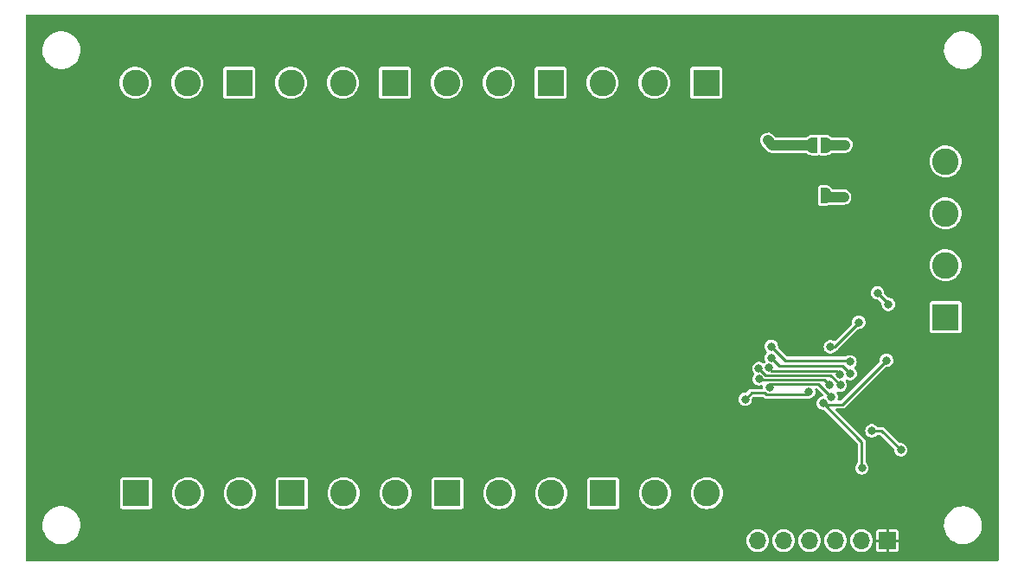
<source format=gbr>
%TF.GenerationSoftware,KiCad,Pcbnew,7.0.7*%
%TF.CreationDate,2023-08-28T09:58:40+02:00*%
%TF.ProjectId,solenoidDecoder,736f6c65-6e6f-4696-9444-65636f646572,rev?*%
%TF.SameCoordinates,Original*%
%TF.FileFunction,Copper,L2,Bot*%
%TF.FilePolarity,Positive*%
%FSLAX46Y46*%
G04 Gerber Fmt 4.6, Leading zero omitted, Abs format (unit mm)*
G04 Created by KiCad (PCBNEW 7.0.7) date 2023-08-28 09:58:40*
%MOMM*%
%LPD*%
G01*
G04 APERTURE LIST*
G04 Aperture macros list*
%AMFreePoly0*
4,1,19,0.500000,-0.750000,0.000000,-0.750000,0.000000,-0.744911,-0.071157,-0.744911,-0.207708,-0.704816,-0.327430,-0.627875,-0.420627,-0.520320,-0.479746,-0.390866,-0.500000,-0.250000,-0.500000,0.250000,-0.479746,0.390866,-0.420627,0.520320,-0.327430,0.627875,-0.207708,0.704816,-0.071157,0.744911,0.000000,0.744911,0.000000,0.750000,0.500000,0.750000,0.500000,-0.750000,0.500000,-0.750000,
$1*%
%AMFreePoly1*
4,1,19,0.000000,0.744911,0.071157,0.744911,0.207708,0.704816,0.327430,0.627875,0.420627,0.520320,0.479746,0.390866,0.500000,0.250000,0.500000,-0.250000,0.479746,-0.390866,0.420627,-0.520320,0.327430,-0.627875,0.207708,-0.704816,0.071157,-0.744911,0.000000,-0.744911,0.000000,-0.750000,-0.500000,-0.750000,-0.500000,0.750000,0.000000,0.750000,0.000000,0.744911,0.000000,0.744911,
$1*%
G04 Aperture macros list end*
%TA.AperFunction,ComponentPad*%
%ADD10R,2.600000X2.600000*%
%TD*%
%TA.AperFunction,ComponentPad*%
%ADD11C,2.600000*%
%TD*%
%TA.AperFunction,ComponentPad*%
%ADD12R,1.700000X1.700000*%
%TD*%
%TA.AperFunction,ComponentPad*%
%ADD13O,1.700000X1.700000*%
%TD*%
%TA.AperFunction,SMDPad,CuDef*%
%ADD14FreePoly0,180.000000*%
%TD*%
%TA.AperFunction,SMDPad,CuDef*%
%ADD15FreePoly1,180.000000*%
%TD*%
%TA.AperFunction,SMDPad,CuDef*%
%ADD16FreePoly0,0.000000*%
%TD*%
%TA.AperFunction,SMDPad,CuDef*%
%ADD17FreePoly1,0.000000*%
%TD*%
%TA.AperFunction,ViaPad*%
%ADD18C,0.800000*%
%TD*%
%TA.AperFunction,Conductor*%
%ADD19C,0.250000*%
%TD*%
%TA.AperFunction,Conductor*%
%ADD20C,1.000000*%
%TD*%
G04 APERTURE END LIST*
D10*
%TO.P,J62,1,Pin_1*%
%TO.N,/DCC/DCC_B*%
X141805000Y-66120000D03*
D11*
%TO.P,J62,2,Pin_2*%
%TO.N,/DCC/DCC_A*%
X141805000Y-61040000D03*
%TO.P,J62,3,Pin_3*%
%TO.N,/POWER/Vin2*%
X141805000Y-55960000D03*
%TO.P,J62,4,Pin_4*%
%TO.N,/POWER/Vin1*%
X141805000Y-50880000D03*
%TD*%
D10*
%TO.P,J41,1,Pin_1*%
%TO.N,Net-(D41-A)*%
X62555700Y-83364300D03*
D11*
%TO.P,J41,2,Pin_2*%
%TO.N,/POWER/Vcoils*%
X67635700Y-83364300D03*
%TO.P,J41,3,Pin_3*%
%TO.N,Net-(D42-A)*%
X72715700Y-83364300D03*
%TD*%
D12*
%TO.P,J3,1,Pin_1*%
%TO.N,GND*%
X136120000Y-88000000D03*
D13*
%TO.P,J3,2,Pin_2*%
%TO.N,+5V*%
X133580000Y-88000000D03*
%TO.P,J3,3,Pin_3*%
%TO.N,/uController/LED*%
X131040000Y-88000000D03*
%TO.P,J3,4,Pin_4*%
%TO.N,/uController/GPIO8*%
X128500000Y-88000000D03*
%TO.P,J3,5,Pin_5*%
%TO.N,/uController/GPIO7*%
X125960000Y-88000000D03*
%TO.P,J3,6,Pin_6*%
%TO.N,/uController/RESET*%
X123420000Y-88000000D03*
%TD*%
D10*
%TO.P,J81,1,Pin_1*%
%TO.N,Net-(D81-A)*%
X118369000Y-43180000D03*
D11*
%TO.P,J81,2,Pin_2*%
%TO.N,/POWER/Vcoils*%
X113289000Y-43180000D03*
%TO.P,J81,3,Pin_3*%
%TO.N,Net-(D82-A)*%
X108209000Y-43180000D03*
%TD*%
D10*
%TO.P,J61,1,Pin_1*%
%TO.N,Net-(D61-A)*%
X87884000Y-43180000D03*
D11*
%TO.P,J61,2,Pin_2*%
%TO.N,/POWER/Vcoils*%
X82804000Y-43180000D03*
%TO.P,J61,3,Pin_3*%
%TO.N,Net-(D62-A)*%
X77724000Y-43180000D03*
%TD*%
D10*
%TO.P,J51,1,Pin_1*%
%TO.N,Net-(D51-A)*%
X72644000Y-43180000D03*
D11*
%TO.P,J51,2,Pin_2*%
%TO.N,/POWER/Vcoils*%
X67564000Y-43180000D03*
%TO.P,J51,3,Pin_3*%
%TO.N,Net-(D52-A)*%
X62484000Y-43180000D03*
%TD*%
D10*
%TO.P,J31,1,Pin_1*%
%TO.N,Net-(D31-A)*%
X77795700Y-83363000D03*
D11*
%TO.P,J31,2,Pin_2*%
%TO.N,/POWER/Vcoils*%
X82875700Y-83363000D03*
%TO.P,J31,3,Pin_3*%
%TO.N,Net-(D32-A)*%
X87955700Y-83363000D03*
%TD*%
D10*
%TO.P,J21,1,Pin_1*%
%TO.N,Net-(D21-A)*%
X93035700Y-83364300D03*
D11*
%TO.P,J21,2,Pin_2*%
%TO.N,/POWER/Vcoils*%
X98115700Y-83364300D03*
%TO.P,J21,3,Pin_3*%
%TO.N,Net-(D22-A)*%
X103195700Y-83364300D03*
%TD*%
D10*
%TO.P,J71,1,Pin_1*%
%TO.N,Net-(D71-A)*%
X103124000Y-43180000D03*
D11*
%TO.P,J71,2,Pin_2*%
%TO.N,/POWER/Vcoils*%
X98044000Y-43180000D03*
%TO.P,J71,3,Pin_3*%
%TO.N,Net-(D72-A)*%
X92964000Y-43180000D03*
%TD*%
D10*
%TO.P,J11,1,Pin_1*%
%TO.N,Net-(D11-A)*%
X108275700Y-83364300D03*
D11*
%TO.P,J11,2,Pin_2*%
%TO.N,/POWER/Vcoils*%
X113355700Y-83364300D03*
%TO.P,J11,3,Pin_3*%
%TO.N,Net-(D12-A)*%
X118435700Y-83364300D03*
%TD*%
D14*
%TO.P,JP1,1,A*%
%TO.N,/POWER/Vin1*%
X130063000Y-49276000D03*
D15*
%TO.P,JP1,2,B*%
%TO.N,/POWER/Vcoils*%
X128763000Y-49276000D03*
%TD*%
D16*
%TO.P,JP2,1,A*%
%TO.N,GND*%
X128763000Y-54229000D03*
D17*
%TO.P,JP2,2,B*%
%TO.N,/POWER/Vin2*%
X130063000Y-54229000D03*
%TD*%
D18*
%TO.N,GND*%
X98171000Y-39751000D03*
X129929000Y-59377500D03*
X83256700Y-70664300D03*
X82748700Y-86920300D03*
X71247000Y-49911000D03*
X65532000Y-77978000D03*
X76454000Y-58801000D03*
X112141000Y-59690000D03*
X74041000Y-56769000D03*
X124460000Y-79248000D03*
X110871000Y-83312000D03*
X101854000Y-78740000D03*
X97028000Y-73406000D03*
X88011000Y-61214000D03*
X139700000Y-82931000D03*
X124206000Y-37084000D03*
X141986000Y-69469000D03*
X123381359Y-81233000D03*
X70104000Y-43942000D03*
X128905000Y-83058000D03*
X139700000Y-37719000D03*
X113609700Y-70537300D03*
X121285000Y-88900000D03*
X62611000Y-65532000D03*
X145796000Y-77343000D03*
X68524700Y-87174300D03*
X134684359Y-68279000D03*
X137541000Y-85725000D03*
X78994000Y-50038000D03*
X104140000Y-58293000D03*
X107513700Y-70410300D03*
X129032000Y-64516000D03*
X74930000Y-72390000D03*
X129032000Y-62357000D03*
X137414000Y-51054000D03*
X133795359Y-64723000D03*
X145415000Y-46101000D03*
X58000000Y-89000000D03*
X142367000Y-53594000D03*
X138938000Y-71628000D03*
X80010000Y-77597000D03*
X69794700Y-67870300D03*
X86614000Y-58039000D03*
X105918000Y-72644000D03*
X145288000Y-60833000D03*
X90170000Y-43180000D03*
X126365000Y-53086000D03*
X133985000Y-62484000D03*
X127000000Y-62357000D03*
X123190000Y-50546000D03*
X76779700Y-67743300D03*
X125396000Y-39060500D03*
X61666700Y-70664300D03*
X82804000Y-56515000D03*
X86360000Y-50038000D03*
X137795000Y-65278000D03*
X145796000Y-83566000D03*
X93670700Y-70156300D03*
X101727000Y-50038000D03*
X135509000Y-82042000D03*
X127064359Y-77296000D03*
X101417700Y-67870300D03*
X119507000Y-56007000D03*
X85471000Y-83312000D03*
X73533000Y-65659000D03*
X120523000Y-81534000D03*
X101854000Y-73533000D03*
X71247000Y-76708000D03*
X105791000Y-48260000D03*
X136081359Y-66755000D03*
X132334000Y-85217000D03*
X85471000Y-43815000D03*
X145542000Y-68199000D03*
X104140000Y-56388000D03*
X105664000Y-83820000D03*
X65024000Y-83058000D03*
X97028000Y-60960000D03*
X81153000Y-58928000D03*
X85598000Y-73533000D03*
X105918000Y-77216000D03*
X87193700Y-68886300D03*
X115570000Y-39751000D03*
X73914000Y-59563000D03*
X82804000Y-39751000D03*
X89027000Y-58420000D03*
X109982000Y-58166000D03*
X124968000Y-55880000D03*
X130683000Y-46736000D03*
X130095000Y-41473500D03*
X80264000Y-83185000D03*
X119888000Y-46482000D03*
X98044000Y-56388000D03*
X145923000Y-79756000D03*
X104267000Y-60071000D03*
X63754000Y-58039000D03*
X110871000Y-78105000D03*
X132088000Y-61409500D03*
X79192700Y-68886300D03*
X70104000Y-83185000D03*
X103576700Y-68632300D03*
X93543700Y-67616300D03*
X119253000Y-58293000D03*
X116713000Y-78232000D03*
X64135000Y-50038000D03*
X113538000Y-56261000D03*
X99639700Y-70664300D03*
X142240000Y-71374000D03*
X117094000Y-58039000D03*
X85034700Y-67743300D03*
X107640700Y-67743300D03*
X57404000Y-49403000D03*
X80391000Y-43307000D03*
X100584000Y-82677000D03*
X110871000Y-43688000D03*
X94996000Y-78867000D03*
X101727000Y-58039000D03*
X115570000Y-73279000D03*
X57404000Y-43815000D03*
X65024000Y-44323000D03*
X71826700Y-68632300D03*
X94488000Y-58166000D03*
X141224000Y-43942000D03*
X69596000Y-58293000D03*
X89154000Y-56896000D03*
X94361000Y-49911000D03*
X75184000Y-43561000D03*
X74041000Y-57912000D03*
X96520000Y-59055000D03*
X57658000Y-63754000D03*
X85217000Y-78232000D03*
X77597000Y-65786000D03*
X115387700Y-68251300D03*
X124206000Y-77216000D03*
X98242700Y-87047300D03*
X125095000Y-53213000D03*
X60960000Y-80645000D03*
X132508000Y-38044500D03*
X139319000Y-79502000D03*
X134874000Y-84963000D03*
X127127000Y-56134000D03*
X122682000Y-78613000D03*
X75184000Y-49403000D03*
X78994000Y-58039000D03*
X126810359Y-80344000D03*
X111633000Y-73279000D03*
X117419700Y-68886300D03*
X139446000Y-54356000D03*
X76779700Y-70156300D03*
X116022700Y-87174300D03*
X137414000Y-69342000D03*
X60960000Y-45720000D03*
X115824000Y-83947000D03*
X105537000Y-43434000D03*
X132207000Y-82296000D03*
X67762700Y-70156300D03*
X95829700Y-68886300D03*
X119253000Y-72390000D03*
X80264000Y-73406000D03*
X72771000Y-60706000D03*
X138811000Y-74168000D03*
X90551000Y-77978000D03*
X90424000Y-83439000D03*
X65913000Y-59055000D03*
X123341000Y-58586500D03*
X139065000Y-57531000D03*
X109926700Y-68886300D03*
X126500000Y-59631500D03*
X67310000Y-39751000D03*
X95631000Y-83693000D03*
X115570000Y-43434000D03*
X57785000Y-56515000D03*
X75311000Y-83312000D03*
X136906000Y-80518000D03*
X123190000Y-75438000D03*
X57150000Y-74549000D03*
X90297000Y-71501000D03*
X90424000Y-49530000D03*
X124651359Y-82757000D03*
X141986000Y-73406000D03*
X134493000Y-52197000D03*
X129587000Y-44648500D03*
X71501000Y-57912000D03*
X120777000Y-39751000D03*
X63825700Y-68632300D03*
X75311000Y-77343000D03*
X132889000Y-44521500D03*
X65786000Y-73152000D03*
X61412700Y-68251300D03*
X139700000Y-47244000D03*
X135382000Y-80645000D03*
X65278000Y-60579000D03*
X95377000Y-43688000D03*
X130556000Y-79121000D03*
X138938000Y-89027000D03*
X133643000Y-59123500D03*
X124968000Y-85217000D03*
X135128000Y-41656000D03*
X79883000Y-61341000D03*
X100584000Y-43307000D03*
X128063000Y-37917500D03*
%TO.N,+5V*%
X136017000Y-70358000D03*
X129794000Y-74549000D03*
X136198905Y-64868321D03*
X133604000Y-80899000D03*
X135128000Y-63754000D03*
%TO.N,/uController/RESET*%
X128398767Y-73438112D03*
X122187033Y-74154967D03*
%TO.N,/DCC/DCC_TTL*%
X130534965Y-69032179D03*
X133305160Y-66621562D03*
%TO.N,Net-(SW1-A)*%
X134583336Y-77252664D03*
X137418997Y-79125997D03*
%TO.N,/POWER/Vcoils*%
X124396500Y-48831500D03*
%TO.N,/POWER/Vin1*%
X131953000Y-49276000D03*
%TO.N,/POWER/Vin2*%
X131826000Y-54356000D03*
%TO.N,/uController/GPIO6*%
X131445000Y-71717500D03*
X124520619Y-71088612D03*
%TO.N,/uController/GPIO3*%
X130605228Y-73951522D03*
X124587000Y-72988112D03*
%TO.N,/uController/GPIO8*%
X132436787Y-70509213D03*
X124747339Y-69000000D03*
%TO.N,/uController/GPIO7*%
X132463561Y-71639161D03*
X124747339Y-70115162D03*
%TO.N,/uController/GPIO5*%
X123522611Y-71143252D03*
X131495691Y-72792789D03*
%TO.N,/uController/GPIO4*%
X123530881Y-72176120D03*
X130439152Y-72760848D03*
%TD*%
D19*
%TO.N,+5V*%
X133604000Y-80899000D02*
X133580000Y-80875000D01*
X129921522Y-74676522D02*
X129794000Y-74549000D01*
X136017000Y-70358000D02*
X131698478Y-74676522D01*
X133580000Y-78335000D02*
X129794000Y-74549000D01*
X131698478Y-74676522D02*
X129921522Y-74676522D01*
X136198905Y-64868321D02*
X136198905Y-64824905D01*
X133580000Y-80923000D02*
X133604000Y-80899000D01*
X136198905Y-64824905D02*
X135128000Y-63754000D01*
X133580000Y-80875000D02*
X133580000Y-78335000D01*
%TO.N,/uController/RESET*%
X128398767Y-73438112D02*
X128123767Y-73713112D01*
X122809000Y-73533000D02*
X122187033Y-74154967D01*
X124106583Y-73533000D02*
X122809000Y-73533000D01*
X128123767Y-73713112D02*
X124286695Y-73713112D01*
X124286695Y-73713112D02*
X124106583Y-73533000D01*
%TO.N,/DCC/DCC_TTL*%
X133305160Y-66621562D02*
X133305160Y-66694840D01*
X130967821Y-69032179D02*
X130534965Y-69032179D01*
X133305160Y-66694840D02*
X130967821Y-69032179D01*
%TO.N,Net-(SW1-A)*%
X134583336Y-77252664D02*
X135545664Y-77252664D01*
X135545664Y-77252664D02*
X137418997Y-79125997D01*
D20*
%TO.N,/POWER/Vcoils*%
X124396500Y-48831500D02*
X124841000Y-49276000D01*
X124841000Y-49276000D02*
X128763000Y-49276000D01*
%TO.N,/POWER/Vin1*%
X130063000Y-49276000D02*
X131953000Y-49276000D01*
%TO.N,/POWER/Vin2*%
X131826000Y-54356000D02*
X130190000Y-54356000D01*
X130190000Y-54356000D02*
X130063000Y-54229000D01*
D19*
%TO.N,/uController/GPIO6*%
X124520619Y-71088612D02*
X124795619Y-71363612D01*
X124795619Y-71363612D02*
X131091112Y-71363612D01*
X131091112Y-71363612D02*
X131445000Y-71717500D01*
%TO.N,/uController/GPIO3*%
X124583880Y-72901120D02*
X124583880Y-72984992D01*
X124771388Y-72713612D02*
X124583880Y-72901120D01*
X124583880Y-72984992D02*
X124587000Y-72988112D01*
X130605228Y-73951522D02*
X129367318Y-72713612D01*
X129367318Y-72713612D02*
X124771388Y-72713612D01*
%TO.N,/uController/GPIO8*%
X132436787Y-70509213D02*
X132285574Y-70358000D01*
X132285574Y-70358000D02*
X126105339Y-70358000D01*
X126105339Y-70358000D02*
X124747339Y-69000000D01*
%TO.N,/uController/GPIO7*%
X124747339Y-70115162D02*
X125498177Y-70866000D01*
X131690400Y-70866000D02*
X126161025Y-70866000D01*
X125498177Y-70866000D02*
X126746000Y-70866000D01*
X132463561Y-71639161D02*
X131690400Y-70866000D01*
%TO.N,/uController/GPIO5*%
X131495691Y-72792789D02*
X130516514Y-71813612D01*
X124192971Y-71813612D02*
X123522611Y-71143252D01*
X130516514Y-71813612D02*
X124192971Y-71813612D01*
%TO.N,/uController/GPIO4*%
X129941916Y-72263612D02*
X125476000Y-72263612D01*
X123618373Y-72263612D02*
X123530881Y-72176120D01*
X125476000Y-72263612D02*
X123618373Y-72263612D01*
X125476000Y-72263612D02*
X125349000Y-72263612D01*
X130439152Y-72760848D02*
X129941916Y-72263612D01*
%TD*%
%TA.AperFunction,Conductor*%
%TO.N,GND*%
G36*
X146941621Y-36520502D02*
G01*
X146988114Y-36574158D01*
X146999500Y-36626500D01*
X146999500Y-89873500D01*
X146979498Y-89941621D01*
X146925842Y-89988114D01*
X146873500Y-89999500D01*
X51872500Y-89999500D01*
X51804379Y-89979498D01*
X51757886Y-89925842D01*
X51746500Y-89873500D01*
X51746500Y-86554765D01*
X53390788Y-86554765D01*
X53420412Y-86824014D01*
X53488928Y-87086090D01*
X53594869Y-87335389D01*
X53618433Y-87374000D01*
X53735982Y-87566610D01*
X53909255Y-87774820D01*
X53909257Y-87774822D01*
X53909259Y-87774824D01*
X53923768Y-87787824D01*
X54110998Y-87955582D01*
X54336910Y-88105044D01*
X54582176Y-88220020D01*
X54841569Y-88298060D01*
X54841572Y-88298060D01*
X54841574Y-88298061D01*
X55109557Y-88337500D01*
X55109561Y-88337500D01*
X55312633Y-88337500D01*
X55347363Y-88334957D01*
X55515156Y-88322677D01*
X55515160Y-88322676D01*
X55515161Y-88322676D01*
X55625665Y-88298060D01*
X55779553Y-88263780D01*
X56032558Y-88167014D01*
X56268777Y-88034441D01*
X56313375Y-88000004D01*
X122310768Y-88000004D01*
X122329654Y-88203819D01*
X122385671Y-88400698D01*
X122385672Y-88400701D01*
X122476912Y-88583935D01*
X122476913Y-88583936D01*
X122600266Y-88747284D01*
X122751536Y-88885185D01*
X122925566Y-88992940D01*
X122925568Y-88992940D01*
X122925573Y-88992944D01*
X123116444Y-89066888D01*
X123317653Y-89104500D01*
X123317655Y-89104500D01*
X123522345Y-89104500D01*
X123522347Y-89104500D01*
X123723556Y-89066888D01*
X123914427Y-88992944D01*
X124088462Y-88885186D01*
X124239732Y-88747285D01*
X124363088Y-88583935D01*
X124454328Y-88400701D01*
X124510345Y-88203821D01*
X124517464Y-88127000D01*
X124529232Y-88000004D01*
X124850768Y-88000004D01*
X124869654Y-88203819D01*
X124925671Y-88400698D01*
X124925672Y-88400701D01*
X125016912Y-88583935D01*
X125016913Y-88583936D01*
X125140266Y-88747284D01*
X125291536Y-88885185D01*
X125465566Y-88992940D01*
X125465568Y-88992940D01*
X125465573Y-88992944D01*
X125656444Y-89066888D01*
X125857653Y-89104500D01*
X125857655Y-89104500D01*
X126062345Y-89104500D01*
X126062347Y-89104500D01*
X126263556Y-89066888D01*
X126454427Y-88992944D01*
X126628462Y-88885186D01*
X126779732Y-88747285D01*
X126903088Y-88583935D01*
X126994328Y-88400701D01*
X127050345Y-88203821D01*
X127057464Y-88127000D01*
X127069232Y-88000004D01*
X127390768Y-88000004D01*
X127409654Y-88203819D01*
X127465671Y-88400698D01*
X127465672Y-88400701D01*
X127556912Y-88583935D01*
X127556913Y-88583936D01*
X127680266Y-88747284D01*
X127831536Y-88885185D01*
X128005566Y-88992940D01*
X128005568Y-88992940D01*
X128005573Y-88992944D01*
X128196444Y-89066888D01*
X128397653Y-89104500D01*
X128397655Y-89104500D01*
X128602345Y-89104500D01*
X128602347Y-89104500D01*
X128803556Y-89066888D01*
X128994427Y-88992944D01*
X129168462Y-88885186D01*
X129319732Y-88747285D01*
X129443088Y-88583935D01*
X129534328Y-88400701D01*
X129590345Y-88203821D01*
X129597464Y-88127000D01*
X129609232Y-88000004D01*
X129930768Y-88000004D01*
X129949654Y-88203819D01*
X130005671Y-88400698D01*
X130005672Y-88400701D01*
X130096912Y-88583935D01*
X130096913Y-88583936D01*
X130220266Y-88747284D01*
X130371536Y-88885185D01*
X130545566Y-88992940D01*
X130545568Y-88992940D01*
X130545573Y-88992944D01*
X130736444Y-89066888D01*
X130937653Y-89104500D01*
X130937655Y-89104500D01*
X131142345Y-89104500D01*
X131142347Y-89104500D01*
X131343556Y-89066888D01*
X131534427Y-88992944D01*
X131708462Y-88885186D01*
X131859732Y-88747285D01*
X131983088Y-88583935D01*
X132074328Y-88400701D01*
X132130345Y-88203821D01*
X132137464Y-88127000D01*
X132149232Y-88000004D01*
X132470768Y-88000004D01*
X132489654Y-88203819D01*
X132545671Y-88400698D01*
X132545672Y-88400701D01*
X132636912Y-88583935D01*
X132636913Y-88583936D01*
X132760266Y-88747284D01*
X132911536Y-88885185D01*
X133085566Y-88992940D01*
X133085568Y-88992940D01*
X133085573Y-88992944D01*
X133276444Y-89066888D01*
X133477653Y-89104500D01*
X133477655Y-89104500D01*
X133682345Y-89104500D01*
X133682347Y-89104500D01*
X133883556Y-89066888D01*
X134074427Y-88992944D01*
X134248462Y-88885186D01*
X134399732Y-88747285D01*
X134523088Y-88583935D01*
X134614328Y-88400701D01*
X134670345Y-88203821D01*
X134677464Y-88127000D01*
X134689232Y-88000004D01*
X134689232Y-87999995D01*
X134677464Y-87873000D01*
X135016000Y-87873000D01*
X135494000Y-87873000D01*
X135562121Y-87893002D01*
X135608614Y-87946658D01*
X135620000Y-87999000D01*
X135620000Y-88001000D01*
X135599998Y-88069121D01*
X135546342Y-88115614D01*
X135494000Y-88127000D01*
X135016001Y-88127000D01*
X135016001Y-88875022D01*
X135030737Y-88949105D01*
X135030737Y-88949107D01*
X135086875Y-89033124D01*
X135170893Y-89089262D01*
X135170894Y-89089263D01*
X135244980Y-89103999D01*
X135993000Y-89103999D01*
X135993000Y-88626000D01*
X136013002Y-88557879D01*
X136066658Y-88511386D01*
X136119000Y-88500000D01*
X136121000Y-88500000D01*
X136189121Y-88520002D01*
X136235614Y-88573658D01*
X136247000Y-88626000D01*
X136247000Y-89103999D01*
X136995014Y-89103999D01*
X136995022Y-89103998D01*
X137069105Y-89089262D01*
X137069107Y-89089262D01*
X137153124Y-89033124D01*
X137209262Y-88949106D01*
X137209263Y-88949105D01*
X137223999Y-88875022D01*
X137224000Y-88875015D01*
X137224000Y-88127000D01*
X136746000Y-88127000D01*
X136677879Y-88106998D01*
X136631386Y-88053342D01*
X136620000Y-88001000D01*
X136620000Y-87999000D01*
X136640002Y-87930879D01*
X136693658Y-87884386D01*
X136746000Y-87873000D01*
X137223999Y-87873000D01*
X137223999Y-87124986D01*
X137223998Y-87124977D01*
X137209262Y-87050894D01*
X137209262Y-87050892D01*
X137153124Y-86966875D01*
X137069106Y-86910737D01*
X137069105Y-86910736D01*
X136995022Y-86896000D01*
X136247000Y-86896000D01*
X136247000Y-87374000D01*
X136226998Y-87442121D01*
X136173342Y-87488614D01*
X136121000Y-87500000D01*
X136119000Y-87500000D01*
X136050879Y-87479998D01*
X136004386Y-87426342D01*
X135993000Y-87374000D01*
X135993000Y-86896000D01*
X135244986Y-86896000D01*
X135244976Y-86896001D01*
X135170894Y-86910737D01*
X135170892Y-86910737D01*
X135086875Y-86966875D01*
X135030737Y-87050893D01*
X135030736Y-87050894D01*
X135016000Y-87124977D01*
X135016000Y-87873000D01*
X134677464Y-87873000D01*
X134670345Y-87796180D01*
X134667968Y-87787824D01*
X134614328Y-87599299D01*
X134523088Y-87416065D01*
X134462165Y-87335390D01*
X134399733Y-87252715D01*
X134248463Y-87114814D01*
X134074433Y-87007059D01*
X134074428Y-87007057D01*
X134074427Y-87007056D01*
X133943424Y-86956305D01*
X133883559Y-86933113D01*
X133883560Y-86933113D01*
X133883557Y-86933112D01*
X133883556Y-86933112D01*
X133682347Y-86895500D01*
X133477653Y-86895500D01*
X133276444Y-86933112D01*
X133276439Y-86933113D01*
X133085577Y-87007054D01*
X133085566Y-87007059D01*
X132911536Y-87114814D01*
X132760266Y-87252715D01*
X132636913Y-87416063D01*
X132545671Y-87599301D01*
X132489654Y-87796180D01*
X132470768Y-87999995D01*
X132470768Y-88000004D01*
X132149232Y-88000004D01*
X132149232Y-87999995D01*
X132130345Y-87796180D01*
X132127968Y-87787824D01*
X132074328Y-87599299D01*
X131983088Y-87416065D01*
X131922165Y-87335390D01*
X131859733Y-87252715D01*
X131708463Y-87114814D01*
X131534433Y-87007059D01*
X131534428Y-87007057D01*
X131534427Y-87007056D01*
X131403424Y-86956305D01*
X131343559Y-86933113D01*
X131343560Y-86933113D01*
X131343557Y-86933112D01*
X131343556Y-86933112D01*
X131142347Y-86895500D01*
X130937653Y-86895500D01*
X130736444Y-86933112D01*
X130736439Y-86933113D01*
X130545577Y-87007054D01*
X130545566Y-87007059D01*
X130371536Y-87114814D01*
X130220266Y-87252715D01*
X130096913Y-87416063D01*
X130005671Y-87599301D01*
X129949654Y-87796180D01*
X129930768Y-87999995D01*
X129930768Y-88000004D01*
X129609232Y-88000004D01*
X129609232Y-87999995D01*
X129590345Y-87796180D01*
X129587968Y-87787824D01*
X129534328Y-87599299D01*
X129443088Y-87416065D01*
X129382165Y-87335390D01*
X129319733Y-87252715D01*
X129168463Y-87114814D01*
X128994433Y-87007059D01*
X128994428Y-87007057D01*
X128994427Y-87007056D01*
X128863424Y-86956305D01*
X128803559Y-86933113D01*
X128803560Y-86933113D01*
X128803557Y-86933112D01*
X128803556Y-86933112D01*
X128602347Y-86895500D01*
X128397653Y-86895500D01*
X128196444Y-86933112D01*
X128196439Y-86933113D01*
X128005577Y-87007054D01*
X128005566Y-87007059D01*
X127831536Y-87114814D01*
X127680266Y-87252715D01*
X127556913Y-87416063D01*
X127465671Y-87599301D01*
X127409654Y-87796180D01*
X127390768Y-87999995D01*
X127390768Y-88000004D01*
X127069232Y-88000004D01*
X127069232Y-87999995D01*
X127050345Y-87796180D01*
X127047968Y-87787824D01*
X126994328Y-87599299D01*
X126903088Y-87416065D01*
X126842165Y-87335390D01*
X126779733Y-87252715D01*
X126628463Y-87114814D01*
X126454433Y-87007059D01*
X126454428Y-87007057D01*
X126454427Y-87007056D01*
X126323424Y-86956305D01*
X126263559Y-86933113D01*
X126263560Y-86933113D01*
X126263557Y-86933112D01*
X126263556Y-86933112D01*
X126062347Y-86895500D01*
X125857653Y-86895500D01*
X125656444Y-86933112D01*
X125656439Y-86933113D01*
X125465577Y-87007054D01*
X125465566Y-87007059D01*
X125291536Y-87114814D01*
X125140266Y-87252715D01*
X125016913Y-87416063D01*
X124925671Y-87599301D01*
X124869654Y-87796180D01*
X124850768Y-87999995D01*
X124850768Y-88000004D01*
X124529232Y-88000004D01*
X124529232Y-87999995D01*
X124510345Y-87796180D01*
X124507968Y-87787824D01*
X124454328Y-87599299D01*
X124363088Y-87416065D01*
X124302165Y-87335390D01*
X124239733Y-87252715D01*
X124088463Y-87114814D01*
X123914433Y-87007059D01*
X123914428Y-87007057D01*
X123914427Y-87007056D01*
X123783424Y-86956305D01*
X123723559Y-86933113D01*
X123723560Y-86933113D01*
X123723557Y-86933112D01*
X123723556Y-86933112D01*
X123522347Y-86895500D01*
X123317653Y-86895500D01*
X123116444Y-86933112D01*
X123116439Y-86933113D01*
X122925577Y-87007054D01*
X122925566Y-87007059D01*
X122751536Y-87114814D01*
X122600266Y-87252715D01*
X122476913Y-87416063D01*
X122385671Y-87599301D01*
X122329654Y-87796180D01*
X122310768Y-87999995D01*
X122310768Y-88000004D01*
X56313375Y-88000004D01*
X56483177Y-87868888D01*
X56671186Y-87673881D01*
X56828799Y-87453579D01*
X56842803Y-87426342D01*
X56952656Y-87212675D01*
X56952657Y-87212672D01*
X57040118Y-86956305D01*
X57064718Y-86823118D01*
X57089318Y-86689941D01*
X57089319Y-86689930D01*
X57093784Y-86567765D01*
X141645788Y-86567765D01*
X141675412Y-86837014D01*
X141743928Y-87099090D01*
X141849869Y-87348389D01*
X141891170Y-87416063D01*
X141990982Y-87579610D01*
X142164255Y-87787820D01*
X142164257Y-87787822D01*
X142164259Y-87787824D01*
X142259322Y-87873000D01*
X142365998Y-87968582D01*
X142591910Y-88118044D01*
X142837176Y-88233020D01*
X143096569Y-88311060D01*
X143096572Y-88311060D01*
X143096574Y-88311061D01*
X143364557Y-88350500D01*
X143364561Y-88350500D01*
X143567633Y-88350500D01*
X143602363Y-88347957D01*
X143770156Y-88335677D01*
X143770160Y-88335676D01*
X143770161Y-88335676D01*
X143880665Y-88311060D01*
X144034553Y-88276780D01*
X144287558Y-88180014D01*
X144523777Y-88047441D01*
X144738177Y-87881888D01*
X144926186Y-87686881D01*
X145083799Y-87466579D01*
X145090482Y-87453582D01*
X145207656Y-87225675D01*
X145207657Y-87225672D01*
X145212092Y-87212672D01*
X145295118Y-86969305D01*
X145344319Y-86702933D01*
X145354212Y-86432235D01*
X145337908Y-86284058D01*
X145324587Y-86162985D01*
X145256071Y-85900909D01*
X145150130Y-85651610D01*
X145142196Y-85638610D01*
X145009018Y-85420390D01*
X144835745Y-85212180D01*
X144835741Y-85212177D01*
X144835740Y-85212175D01*
X144634012Y-85031427D01*
X144634002Y-85031418D01*
X144408090Y-84881956D01*
X144162824Y-84766980D01*
X143974169Y-84710222D01*
X143903425Y-84688938D01*
X143635442Y-84649500D01*
X143635439Y-84649500D01*
X143432369Y-84649500D01*
X143432367Y-84649500D01*
X143229839Y-84664323D01*
X143229838Y-84664323D01*
X142965456Y-84723217D01*
X142965441Y-84723222D01*
X142712441Y-84819986D01*
X142476229Y-84952555D01*
X142476225Y-84952557D01*
X142261818Y-85118116D01*
X142073815Y-85313117D01*
X142073810Y-85313123D01*
X141916203Y-85533417D01*
X141916196Y-85533427D01*
X141792343Y-85774324D01*
X141792342Y-85774327D01*
X141704883Y-86030689D01*
X141704880Y-86030702D01*
X141655681Y-86297058D01*
X141655680Y-86297069D01*
X141645788Y-86567765D01*
X57093784Y-86567765D01*
X57099212Y-86419235D01*
X57071017Y-86162985D01*
X57069587Y-86149985D01*
X57035000Y-86017689D01*
X57001072Y-85887912D01*
X56895130Y-85638610D01*
X56754018Y-85407390D01*
X56580745Y-85199180D01*
X56580741Y-85199177D01*
X56580740Y-85199175D01*
X56379012Y-85018427D01*
X56379002Y-85018418D01*
X56153090Y-84868956D01*
X55907824Y-84753980D01*
X55750392Y-84706615D01*
X55693048Y-84689363D01*
X61001200Y-84689363D01*
X61001201Y-84689373D01*
X61015965Y-84763600D01*
X61072216Y-84847784D01*
X61156397Y-84904033D01*
X61156399Y-84904034D01*
X61230633Y-84918800D01*
X63880766Y-84918799D01*
X63880769Y-84918798D01*
X63880773Y-84918798D01*
X63930026Y-84909001D01*
X63955001Y-84904034D01*
X64039184Y-84847784D01*
X64095434Y-84763601D01*
X64110200Y-84689367D01*
X64110199Y-83364300D01*
X66076393Y-83364300D01*
X66095591Y-83608228D01*
X66152710Y-83846150D01*
X66245809Y-84070911D01*
X66246347Y-84072211D01*
X66373399Y-84279541D01*
X66374195Y-84280839D01*
X66374196Y-84280841D01*
X66533102Y-84466897D01*
X66719158Y-84625803D01*
X66719162Y-84625806D01*
X66927789Y-84753653D01*
X67153848Y-84847289D01*
X67391771Y-84904409D01*
X67635700Y-84923607D01*
X67879629Y-84904409D01*
X68117552Y-84847289D01*
X68343611Y-84753653D01*
X68552238Y-84625806D01*
X68738297Y-84466897D01*
X68897206Y-84280838D01*
X69025053Y-84072211D01*
X69118689Y-83846152D01*
X69175809Y-83608229D01*
X69195007Y-83364300D01*
X71156393Y-83364300D01*
X71175591Y-83608228D01*
X71232710Y-83846150D01*
X71325809Y-84070911D01*
X71326347Y-84072211D01*
X71453399Y-84279541D01*
X71454195Y-84280839D01*
X71454196Y-84280841D01*
X71613102Y-84466897D01*
X71799158Y-84625803D01*
X71799162Y-84625806D01*
X72007789Y-84753653D01*
X72233848Y-84847289D01*
X72471771Y-84904409D01*
X72715700Y-84923607D01*
X72959629Y-84904409D01*
X73197552Y-84847289D01*
X73423611Y-84753653D01*
X73530644Y-84688063D01*
X76241200Y-84688063D01*
X76241201Y-84688073D01*
X76255965Y-84762300D01*
X76312216Y-84846484D01*
X76396397Y-84902733D01*
X76396399Y-84902734D01*
X76470633Y-84917500D01*
X79120766Y-84917499D01*
X79120769Y-84917498D01*
X79120773Y-84917498D01*
X79186579Y-84904409D01*
X79195001Y-84902734D01*
X79279184Y-84846484D01*
X79335434Y-84762301D01*
X79350200Y-84688067D01*
X79350199Y-83363000D01*
X81316393Y-83363000D01*
X81335591Y-83606928D01*
X81392710Y-83844850D01*
X81393249Y-83846150D01*
X81486347Y-84070911D01*
X81487142Y-84072209D01*
X81614195Y-84279539D01*
X81614196Y-84279541D01*
X81773102Y-84465597D01*
X81959158Y-84624503D01*
X81959162Y-84624506D01*
X82167789Y-84752353D01*
X82393848Y-84845989D01*
X82631771Y-84903109D01*
X82875700Y-84922307D01*
X83119629Y-84903109D01*
X83357552Y-84845989D01*
X83583611Y-84752353D01*
X83792238Y-84624506D01*
X83978297Y-84465597D01*
X84137206Y-84279538D01*
X84265053Y-84070911D01*
X84358689Y-83844852D01*
X84415809Y-83606929D01*
X84435007Y-83363000D01*
X84435007Y-83362999D01*
X86396393Y-83362999D01*
X86415591Y-83606928D01*
X86472710Y-83844850D01*
X86473249Y-83846150D01*
X86566347Y-84070911D01*
X86567142Y-84072209D01*
X86694195Y-84279539D01*
X86694196Y-84279541D01*
X86853102Y-84465597D01*
X87039158Y-84624503D01*
X87039162Y-84624506D01*
X87247789Y-84752353D01*
X87473848Y-84845989D01*
X87711771Y-84903109D01*
X87955700Y-84922307D01*
X88199629Y-84903109D01*
X88437552Y-84845989D01*
X88663611Y-84752353D01*
X88766401Y-84689363D01*
X91481200Y-84689363D01*
X91481201Y-84689373D01*
X91495965Y-84763600D01*
X91552216Y-84847784D01*
X91636397Y-84904033D01*
X91636399Y-84904034D01*
X91710633Y-84918800D01*
X94360766Y-84918799D01*
X94360769Y-84918798D01*
X94360773Y-84918798D01*
X94410026Y-84909001D01*
X94435001Y-84904034D01*
X94519184Y-84847784D01*
X94575434Y-84763601D01*
X94590200Y-84689367D01*
X94590199Y-83364300D01*
X96556393Y-83364300D01*
X96575591Y-83608228D01*
X96632710Y-83846150D01*
X96725809Y-84070911D01*
X96726347Y-84072211D01*
X96853399Y-84279541D01*
X96854195Y-84280839D01*
X96854196Y-84280841D01*
X97013102Y-84466897D01*
X97199158Y-84625803D01*
X97199162Y-84625806D01*
X97407789Y-84753653D01*
X97633848Y-84847289D01*
X97871771Y-84904409D01*
X98115700Y-84923607D01*
X98359629Y-84904409D01*
X98597552Y-84847289D01*
X98823611Y-84753653D01*
X99032238Y-84625806D01*
X99218297Y-84466897D01*
X99377206Y-84280838D01*
X99505053Y-84072211D01*
X99598689Y-83846152D01*
X99655809Y-83608229D01*
X99675007Y-83364300D01*
X101636393Y-83364300D01*
X101655591Y-83608228D01*
X101712710Y-83846150D01*
X101805809Y-84070911D01*
X101806347Y-84072211D01*
X101933399Y-84279541D01*
X101934195Y-84280839D01*
X101934196Y-84280841D01*
X102093102Y-84466897D01*
X102279158Y-84625803D01*
X102279162Y-84625806D01*
X102487789Y-84753653D01*
X102713848Y-84847289D01*
X102951771Y-84904409D01*
X103195700Y-84923607D01*
X103439629Y-84904409D01*
X103677552Y-84847289D01*
X103903611Y-84753653D01*
X104008523Y-84689363D01*
X106721200Y-84689363D01*
X106721201Y-84689373D01*
X106735965Y-84763600D01*
X106792216Y-84847784D01*
X106876397Y-84904033D01*
X106876399Y-84904034D01*
X106950633Y-84918800D01*
X109600766Y-84918799D01*
X109600769Y-84918798D01*
X109600773Y-84918798D01*
X109650026Y-84909001D01*
X109675001Y-84904034D01*
X109759184Y-84847784D01*
X109815434Y-84763601D01*
X109830200Y-84689367D01*
X109830199Y-83364299D01*
X111796393Y-83364299D01*
X111815591Y-83608228D01*
X111872710Y-83846150D01*
X111965809Y-84070911D01*
X111966347Y-84072211D01*
X112093399Y-84279541D01*
X112094195Y-84280839D01*
X112094196Y-84280841D01*
X112253102Y-84466897D01*
X112439158Y-84625803D01*
X112439162Y-84625806D01*
X112647789Y-84753653D01*
X112873848Y-84847289D01*
X113111771Y-84904409D01*
X113355700Y-84923607D01*
X113599629Y-84904409D01*
X113837552Y-84847289D01*
X114063611Y-84753653D01*
X114272238Y-84625806D01*
X114458297Y-84466897D01*
X114617206Y-84280838D01*
X114745053Y-84072211D01*
X114838689Y-83846152D01*
X114895809Y-83608229D01*
X114915007Y-83364300D01*
X114915007Y-83364299D01*
X116876393Y-83364299D01*
X116895591Y-83608228D01*
X116952710Y-83846150D01*
X117045809Y-84070911D01*
X117046347Y-84072211D01*
X117173399Y-84279541D01*
X117174195Y-84280839D01*
X117174196Y-84280841D01*
X117333102Y-84466897D01*
X117519158Y-84625803D01*
X117519162Y-84625806D01*
X117727789Y-84753653D01*
X117953848Y-84847289D01*
X118191771Y-84904409D01*
X118435700Y-84923607D01*
X118679629Y-84904409D01*
X118917552Y-84847289D01*
X119143611Y-84753653D01*
X119352238Y-84625806D01*
X119538297Y-84466897D01*
X119697206Y-84280838D01*
X119825053Y-84072211D01*
X119918689Y-83846152D01*
X119975809Y-83608229D01*
X119995007Y-83364300D01*
X119975809Y-83120371D01*
X119918689Y-82882448D01*
X119825053Y-82656389D01*
X119697206Y-82447762D01*
X119696094Y-82446460D01*
X119538297Y-82261702D01*
X119352241Y-82102796D01*
X119352239Y-82102795D01*
X119352238Y-82102794D01*
X119143611Y-81974947D01*
X119140473Y-81973647D01*
X118917550Y-81881310D01*
X118754793Y-81842236D01*
X118679629Y-81824191D01*
X118435700Y-81804993D01*
X118191771Y-81824191D01*
X117953849Y-81881310D01*
X117727790Y-81974946D01*
X117519160Y-82102795D01*
X117519158Y-82102796D01*
X117333102Y-82261702D01*
X117174196Y-82447758D01*
X117174195Y-82447760D01*
X117046346Y-82656390D01*
X116952710Y-82882449D01*
X116895591Y-83120371D01*
X116876393Y-83364299D01*
X114915007Y-83364299D01*
X114895809Y-83120371D01*
X114838689Y-82882448D01*
X114745053Y-82656389D01*
X114617206Y-82447762D01*
X114616094Y-82446460D01*
X114458297Y-82261702D01*
X114272241Y-82102796D01*
X114272239Y-82102795D01*
X114272238Y-82102794D01*
X114063611Y-81974947D01*
X114060473Y-81973647D01*
X113837550Y-81881310D01*
X113674793Y-81842236D01*
X113599629Y-81824191D01*
X113355700Y-81804993D01*
X113111771Y-81824191D01*
X112873849Y-81881310D01*
X112647790Y-81974946D01*
X112439160Y-82102795D01*
X112439158Y-82102796D01*
X112253102Y-82261702D01*
X112094196Y-82447758D01*
X112094195Y-82447760D01*
X111966346Y-82656390D01*
X111872710Y-82882449D01*
X111815591Y-83120371D01*
X111796393Y-83364299D01*
X109830199Y-83364299D01*
X109830199Y-82039234D01*
X109830198Y-82039230D01*
X109830198Y-82039226D01*
X109815434Y-81964999D01*
X109814564Y-81963697D01*
X109759184Y-81880816D01*
X109759183Y-81880815D01*
X109675002Y-81824566D01*
X109600767Y-81809800D01*
X106950636Y-81809800D01*
X106950626Y-81809801D01*
X106876399Y-81824565D01*
X106792215Y-81880816D01*
X106735966Y-81964997D01*
X106721200Y-82039230D01*
X106721200Y-84689363D01*
X104008523Y-84689363D01*
X104112238Y-84625806D01*
X104298297Y-84466897D01*
X104457206Y-84280838D01*
X104585053Y-84072211D01*
X104678689Y-83846152D01*
X104735809Y-83608229D01*
X104755007Y-83364300D01*
X104735809Y-83120371D01*
X104678689Y-82882448D01*
X104585053Y-82656389D01*
X104457206Y-82447762D01*
X104456094Y-82446460D01*
X104298297Y-82261702D01*
X104112241Y-82102796D01*
X104112239Y-82102795D01*
X104112238Y-82102794D01*
X103903611Y-81974947D01*
X103900473Y-81973647D01*
X103677550Y-81881310D01*
X103514793Y-81842236D01*
X103439629Y-81824191D01*
X103195700Y-81804993D01*
X103195699Y-81804993D01*
X102951771Y-81824191D01*
X102713849Y-81881310D01*
X102487790Y-81974946D01*
X102279160Y-82102795D01*
X102279158Y-82102796D01*
X102093102Y-82261702D01*
X101934196Y-82447758D01*
X101934195Y-82447760D01*
X101806346Y-82656390D01*
X101712710Y-82882449D01*
X101655591Y-83120371D01*
X101636393Y-83364300D01*
X99675007Y-83364300D01*
X99655809Y-83120371D01*
X99598689Y-82882448D01*
X99505053Y-82656389D01*
X99377206Y-82447762D01*
X99376094Y-82446460D01*
X99218297Y-82261702D01*
X99032241Y-82102796D01*
X99032239Y-82102795D01*
X99032238Y-82102794D01*
X98823611Y-81974947D01*
X98820473Y-81973647D01*
X98597550Y-81881310D01*
X98434793Y-81842236D01*
X98359629Y-81824191D01*
X98115700Y-81804993D01*
X98115699Y-81804993D01*
X97871771Y-81824191D01*
X97633849Y-81881310D01*
X97407790Y-81974946D01*
X97199160Y-82102795D01*
X97199158Y-82102796D01*
X97013102Y-82261702D01*
X96854196Y-82447758D01*
X96854195Y-82447760D01*
X96726346Y-82656390D01*
X96632710Y-82882449D01*
X96575591Y-83120371D01*
X96556393Y-83364300D01*
X94590199Y-83364300D01*
X94590199Y-82039234D01*
X94590198Y-82039230D01*
X94590198Y-82039226D01*
X94575434Y-81964999D01*
X94574564Y-81963697D01*
X94519184Y-81880816D01*
X94519183Y-81880815D01*
X94435002Y-81824566D01*
X94360767Y-81809800D01*
X91710636Y-81809800D01*
X91710626Y-81809801D01*
X91636399Y-81824565D01*
X91552215Y-81880816D01*
X91495966Y-81964997D01*
X91481200Y-82039230D01*
X91481200Y-84689363D01*
X88766401Y-84689363D01*
X88872238Y-84624506D01*
X89058297Y-84465597D01*
X89217206Y-84279538D01*
X89345053Y-84070911D01*
X89438689Y-83844852D01*
X89495809Y-83606929D01*
X89515007Y-83363000D01*
X89495809Y-83119071D01*
X89438689Y-82881148D01*
X89345053Y-82655089D01*
X89217206Y-82446462D01*
X89217203Y-82446458D01*
X89058297Y-82260402D01*
X88872241Y-82101496D01*
X88872239Y-82101495D01*
X88872238Y-82101494D01*
X88663611Y-81973647D01*
X88639595Y-81963699D01*
X88437550Y-81880010D01*
X88274793Y-81840936D01*
X88199629Y-81822891D01*
X87955700Y-81803693D01*
X87711771Y-81822891D01*
X87473849Y-81880010D01*
X87247790Y-81973646D01*
X87039160Y-82101495D01*
X87039158Y-82101496D01*
X86853102Y-82260402D01*
X86694196Y-82446458D01*
X86694195Y-82446460D01*
X86566346Y-82655090D01*
X86472710Y-82881149D01*
X86415591Y-83119071D01*
X86396393Y-83362999D01*
X84435007Y-83362999D01*
X84415809Y-83119071D01*
X84358689Y-82881148D01*
X84265053Y-82655089D01*
X84137206Y-82446462D01*
X84137203Y-82446458D01*
X83978297Y-82260402D01*
X83792241Y-82101496D01*
X83792239Y-82101495D01*
X83792238Y-82101494D01*
X83583611Y-81973647D01*
X83559595Y-81963699D01*
X83357550Y-81880010D01*
X83194793Y-81840936D01*
X83119629Y-81822891D01*
X82875700Y-81803693D01*
X82631771Y-81822891D01*
X82393849Y-81880010D01*
X82167790Y-81973646D01*
X81959160Y-82101495D01*
X81959158Y-82101496D01*
X81773102Y-82260402D01*
X81614196Y-82446458D01*
X81614195Y-82446460D01*
X81486346Y-82655090D01*
X81392710Y-82881149D01*
X81335591Y-83119071D01*
X81316393Y-83363000D01*
X79350199Y-83363000D01*
X79350199Y-82037934D01*
X79350198Y-82037930D01*
X79350198Y-82037926D01*
X79335434Y-81963699D01*
X79280383Y-81881311D01*
X79279184Y-81879516D01*
X79279183Y-81879515D01*
X79195002Y-81823266D01*
X79120767Y-81808500D01*
X76470636Y-81808500D01*
X76470626Y-81808501D01*
X76396399Y-81823265D01*
X76312215Y-81879516D01*
X76255966Y-81963697D01*
X76241200Y-82037930D01*
X76241200Y-84688063D01*
X73530644Y-84688063D01*
X73632238Y-84625806D01*
X73818297Y-84466897D01*
X73977206Y-84280838D01*
X74105053Y-84072211D01*
X74198689Y-83846152D01*
X74255809Y-83608229D01*
X74275007Y-83364300D01*
X74255809Y-83120371D01*
X74198689Y-82882448D01*
X74105053Y-82656389D01*
X73977206Y-82447762D01*
X73976094Y-82446460D01*
X73818297Y-82261702D01*
X73632241Y-82102796D01*
X73632239Y-82102795D01*
X73632238Y-82102794D01*
X73423611Y-81974947D01*
X73420473Y-81973647D01*
X73197550Y-81881310D01*
X73034793Y-81842236D01*
X72959629Y-81824191D01*
X72715700Y-81804993D01*
X72471771Y-81824191D01*
X72233849Y-81881310D01*
X72007790Y-81974946D01*
X71799160Y-82102795D01*
X71799158Y-82102796D01*
X71613102Y-82261702D01*
X71454196Y-82447758D01*
X71454195Y-82447760D01*
X71326346Y-82656390D01*
X71232710Y-82882449D01*
X71175591Y-83120371D01*
X71156393Y-83364300D01*
X69195007Y-83364300D01*
X69175809Y-83120371D01*
X69118689Y-82882448D01*
X69025053Y-82656389D01*
X68897206Y-82447762D01*
X68896094Y-82446460D01*
X68738297Y-82261702D01*
X68552241Y-82102796D01*
X68552239Y-82102795D01*
X68552238Y-82102794D01*
X68343611Y-81974947D01*
X68340473Y-81973647D01*
X68117550Y-81881310D01*
X67954793Y-81842236D01*
X67879629Y-81824191D01*
X67635700Y-81804993D01*
X67635699Y-81804993D01*
X67391771Y-81824191D01*
X67153849Y-81881310D01*
X66927790Y-81974946D01*
X66719160Y-82102795D01*
X66719158Y-82102796D01*
X66533102Y-82261702D01*
X66374196Y-82447758D01*
X66374195Y-82447760D01*
X66246346Y-82656390D01*
X66152710Y-82882449D01*
X66095591Y-83120371D01*
X66076393Y-83364300D01*
X64110199Y-83364300D01*
X64110199Y-82039234D01*
X64110198Y-82039230D01*
X64110198Y-82039226D01*
X64095434Y-81964999D01*
X64094564Y-81963697D01*
X64039184Y-81880816D01*
X64039183Y-81880815D01*
X63955002Y-81824566D01*
X63880767Y-81809800D01*
X61230636Y-81809800D01*
X61230626Y-81809801D01*
X61156399Y-81824565D01*
X61072215Y-81880816D01*
X61015966Y-81964997D01*
X61001200Y-82039230D01*
X61001200Y-84689363D01*
X55693048Y-84689363D01*
X55648425Y-84675938D01*
X55380442Y-84636500D01*
X55380439Y-84636500D01*
X55177369Y-84636500D01*
X55177367Y-84636500D01*
X54974839Y-84651323D01*
X54974838Y-84651323D01*
X54710456Y-84710217D01*
X54710441Y-84710222D01*
X54457441Y-84806986D01*
X54221229Y-84939555D01*
X54221225Y-84939557D01*
X54006818Y-85105116D01*
X53818815Y-85300117D01*
X53818810Y-85300123D01*
X53661203Y-85520417D01*
X53661196Y-85520427D01*
X53537343Y-85761324D01*
X53537342Y-85761327D01*
X53449883Y-86017689D01*
X53449880Y-86017702D01*
X53400681Y-86284058D01*
X53400680Y-86284069D01*
X53390788Y-86554765D01*
X51746500Y-86554765D01*
X51746500Y-74154970D01*
X121527726Y-74154970D01*
X121546882Y-74312746D01*
X121576644Y-74391220D01*
X121603246Y-74461362D01*
X121693535Y-74592168D01*
X121812504Y-74697566D01*
X121812505Y-74697566D01*
X121812507Y-74697568D01*
X121887233Y-74736787D01*
X121953240Y-74771430D01*
X122107562Y-74809467D01*
X122107563Y-74809467D01*
X122266503Y-74809467D01*
X122266504Y-74809467D01*
X122420826Y-74771430D01*
X122561562Y-74697566D01*
X122680531Y-74592168D01*
X122770820Y-74461362D01*
X122827182Y-74312749D01*
X122827182Y-74312748D01*
X122827183Y-74312746D01*
X122846340Y-74154970D01*
X122846340Y-74154964D01*
X122840459Y-74106532D01*
X122852104Y-74036497D01*
X122876445Y-74002248D01*
X122929290Y-73949404D01*
X122991603Y-73915379D01*
X123018385Y-73912500D01*
X123895459Y-73912500D01*
X123963580Y-73932502D01*
X124000942Y-73969584D01*
X124003627Y-73973694D01*
X124031916Y-73995712D01*
X124037773Y-74000885D01*
X124040570Y-74003682D01*
X124040576Y-74003687D01*
X124040582Y-74003693D01*
X124040588Y-74003697D01*
X124059790Y-74017408D01*
X124103572Y-74051484D01*
X124103576Y-74051487D01*
X124103580Y-74051488D01*
X124110564Y-74055268D01*
X124117718Y-74058766D01*
X124170876Y-74074591D01*
X124170877Y-74074591D01*
X124223368Y-74092612D01*
X124223372Y-74092612D01*
X124231206Y-74093919D01*
X124239104Y-74094903D01*
X124239105Y-74094904D01*
X124239105Y-74094903D01*
X124239106Y-74094904D01*
X124294531Y-74092612D01*
X128071340Y-74092612D01*
X128097198Y-74095293D01*
X128107867Y-74097531D01*
X128143450Y-74093095D01*
X128151241Y-74092612D01*
X128155203Y-74092612D01*
X128155210Y-74092612D01*
X128178482Y-74088728D01*
X128233550Y-74081864D01*
X128233549Y-74081864D01*
X128238420Y-74081257D01*
X128284158Y-74083950D01*
X128319296Y-74092612D01*
X128319299Y-74092612D01*
X128478237Y-74092612D01*
X128478238Y-74092612D01*
X128632560Y-74054575D01*
X128773296Y-73980711D01*
X128892265Y-73875313D01*
X128982554Y-73744507D01*
X129038916Y-73595894D01*
X129038916Y-73595893D01*
X129038917Y-73595891D01*
X129058074Y-73438115D01*
X129058074Y-73438108D01*
X129038916Y-73280330D01*
X129032645Y-73263794D01*
X129027190Y-73193007D01*
X129060871Y-73130509D01*
X129122995Y-73096141D01*
X129150456Y-73093112D01*
X129157933Y-73093112D01*
X129226054Y-73113114D01*
X129247029Y-73130017D01*
X129796416Y-73679405D01*
X129830441Y-73741717D01*
X129825376Y-73812533D01*
X129782829Y-73869368D01*
X129721910Y-73892089D01*
X129722092Y-73893582D01*
X129714527Y-73894500D01*
X129560209Y-73932536D01*
X129560202Y-73932539D01*
X129419474Y-74006398D01*
X129419469Y-74006402D01*
X129300501Y-74111800D01*
X129210215Y-74242601D01*
X129210212Y-74242607D01*
X129153849Y-74391220D01*
X129134692Y-74548996D01*
X129134692Y-74549003D01*
X129153849Y-74706779D01*
X129202447Y-74834918D01*
X129210213Y-74855395D01*
X129300502Y-74986201D01*
X129419471Y-75091599D01*
X129419472Y-75091599D01*
X129419474Y-75091601D01*
X129494200Y-75130820D01*
X129560207Y-75165463D01*
X129714529Y-75203500D01*
X129714530Y-75203500D01*
X129859616Y-75203500D01*
X129927737Y-75223502D01*
X129948711Y-75240405D01*
X133163595Y-78455289D01*
X133197621Y-78517601D01*
X133200500Y-78544384D01*
X133200500Y-80325359D01*
X133180498Y-80393480D01*
X133158054Y-80419671D01*
X133110502Y-80461798D01*
X133020215Y-80592601D01*
X133020212Y-80592607D01*
X132963849Y-80741220D01*
X132944692Y-80898996D01*
X132944692Y-80899003D01*
X132963849Y-81056779D01*
X133012447Y-81184919D01*
X133020213Y-81205395D01*
X133110502Y-81336201D01*
X133229471Y-81441599D01*
X133229472Y-81441599D01*
X133229474Y-81441601D01*
X133304200Y-81480820D01*
X133370207Y-81515463D01*
X133524529Y-81553500D01*
X133524530Y-81553500D01*
X133683470Y-81553500D01*
X133683471Y-81553500D01*
X133837793Y-81515463D01*
X133978529Y-81441599D01*
X134097498Y-81336201D01*
X134187787Y-81205395D01*
X134244149Y-81056782D01*
X134244149Y-81056781D01*
X134244150Y-81056779D01*
X134263307Y-80899003D01*
X134263307Y-80898996D01*
X134244150Y-80741220D01*
X134230538Y-80705331D01*
X134187787Y-80592605D01*
X134097498Y-80461799D01*
X134047108Y-80417157D01*
X134001945Y-80377145D01*
X133964221Y-80317001D01*
X133959500Y-80282834D01*
X133959500Y-79432389D01*
X133959500Y-78387416D01*
X133962180Y-78361575D01*
X133964419Y-78350900D01*
X133959983Y-78315317D01*
X133959500Y-78307525D01*
X133959500Y-78303555D01*
X133955616Y-78280282D01*
X133948752Y-78225220D01*
X133948752Y-78225218D01*
X133948750Y-78225214D01*
X133946486Y-78217609D01*
X133943900Y-78210075D01*
X133943900Y-78210073D01*
X133917499Y-78161289D01*
X133893126Y-78111432D01*
X133893123Y-78111429D01*
X133893123Y-78111428D01*
X133888522Y-78104983D01*
X133883621Y-78098686D01*
X133842813Y-78061119D01*
X133034361Y-77252667D01*
X133924028Y-77252667D01*
X133943185Y-77410443D01*
X133991783Y-77538583D01*
X133999549Y-77559059D01*
X134089838Y-77689865D01*
X134208807Y-77795263D01*
X134208808Y-77795263D01*
X134208810Y-77795265D01*
X134283536Y-77834484D01*
X134349543Y-77869127D01*
X134503865Y-77907164D01*
X134503866Y-77907164D01*
X134662806Y-77907164D01*
X134662807Y-77907164D01*
X134817129Y-77869127D01*
X134957865Y-77795263D01*
X135076834Y-77689865D01*
X135079095Y-77686588D01*
X135081367Y-77684747D01*
X135081887Y-77684161D01*
X135081984Y-77684247D01*
X135134253Y-77641889D01*
X135182792Y-77632164D01*
X135336280Y-77632164D01*
X135404401Y-77652166D01*
X135425375Y-77669069D01*
X136729584Y-78973278D01*
X136763610Y-79035590D01*
X136765571Y-79077558D01*
X136759691Y-79125993D01*
X136759690Y-79125999D01*
X136759690Y-79126000D01*
X136778846Y-79283776D01*
X136827444Y-79411916D01*
X136835210Y-79432392D01*
X136925499Y-79563198D01*
X137044468Y-79668596D01*
X137044469Y-79668596D01*
X137044471Y-79668598D01*
X137119197Y-79707817D01*
X137185204Y-79742460D01*
X137339526Y-79780497D01*
X137339527Y-79780497D01*
X137498467Y-79780497D01*
X137498468Y-79780497D01*
X137652790Y-79742460D01*
X137793526Y-79668596D01*
X137912495Y-79563198D01*
X138002784Y-79432392D01*
X138059146Y-79283779D01*
X138059146Y-79283778D01*
X138059147Y-79283776D01*
X138078304Y-79126000D01*
X138078304Y-79125993D01*
X138059147Y-78968217D01*
X138045535Y-78932328D01*
X138002784Y-78819602D01*
X137912495Y-78688796D01*
X137793526Y-78583398D01*
X137793525Y-78583397D01*
X137793522Y-78583395D01*
X137652794Y-78509536D01*
X137652792Y-78509535D01*
X137652790Y-78509534D01*
X137652788Y-78509533D01*
X137652787Y-78509533D01*
X137498469Y-78471497D01*
X137498468Y-78471497D01*
X137353381Y-78471497D01*
X137285260Y-78451495D01*
X137264286Y-78434592D01*
X135851083Y-77021389D01*
X135834693Y-77001206D01*
X135828732Y-76992082D01*
X135828731Y-76992081D01*
X135800434Y-76970057D01*
X135794587Y-76964893D01*
X135791777Y-76962083D01*
X135791776Y-76962082D01*
X135791775Y-76962081D01*
X135791773Y-76962080D01*
X135772570Y-76948369D01*
X135728784Y-76914289D01*
X135721804Y-76910512D01*
X135714641Y-76907010D01*
X135661482Y-76891184D01*
X135608990Y-76873163D01*
X135601168Y-76871858D01*
X135593253Y-76870871D01*
X135537839Y-76873164D01*
X135182792Y-76873164D01*
X135114671Y-76853162D01*
X135079095Y-76818739D01*
X135076834Y-76815463D01*
X134957865Y-76710065D01*
X134957864Y-76710064D01*
X134957861Y-76710062D01*
X134817133Y-76636203D01*
X134817131Y-76636202D01*
X134817129Y-76636201D01*
X134817127Y-76636200D01*
X134817126Y-76636200D01*
X134662808Y-76598164D01*
X134662807Y-76598164D01*
X134503865Y-76598164D01*
X134503863Y-76598164D01*
X134349545Y-76636200D01*
X134349538Y-76636203D01*
X134208810Y-76710062D01*
X134208805Y-76710066D01*
X134089837Y-76815464D01*
X133999551Y-76946265D01*
X133999548Y-76946271D01*
X133943185Y-77094884D01*
X133924028Y-77252660D01*
X133924028Y-77252667D01*
X133034361Y-77252667D01*
X131052811Y-75271117D01*
X131018785Y-75208805D01*
X131023850Y-75137990D01*
X131066397Y-75081154D01*
X131132917Y-75056343D01*
X131141906Y-75056022D01*
X131646051Y-75056022D01*
X131671909Y-75058703D01*
X131682578Y-75060941D01*
X131718161Y-75056505D01*
X131725952Y-75056022D01*
X131729914Y-75056022D01*
X131729921Y-75056022D01*
X131753193Y-75052138D01*
X131808261Y-75045274D01*
X131808262Y-75045273D01*
X131808266Y-75045273D01*
X131815864Y-75043010D01*
X131823402Y-75040423D01*
X131823403Y-75040422D01*
X131823405Y-75040422D01*
X131872183Y-75014024D01*
X131922046Y-74989648D01*
X131922048Y-74989645D01*
X131928496Y-74985042D01*
X131934791Y-74980143D01*
X131934791Y-74980142D01*
X131934794Y-74980141D01*
X131972358Y-74939335D01*
X135862288Y-71049404D01*
X135924600Y-71015379D01*
X135951383Y-71012500D01*
X136096470Y-71012500D01*
X136096471Y-71012500D01*
X136250793Y-70974463D01*
X136391529Y-70900599D01*
X136510498Y-70795201D01*
X136600787Y-70664395D01*
X136657149Y-70515782D01*
X136657149Y-70515781D01*
X136657150Y-70515779D01*
X136676307Y-70358003D01*
X136676307Y-70357996D01*
X136657150Y-70200220D01*
X136624891Y-70115162D01*
X136600787Y-70051605D01*
X136510498Y-69920799D01*
X136391529Y-69815401D01*
X136391528Y-69815400D01*
X136391525Y-69815398D01*
X136250797Y-69741539D01*
X136250795Y-69741538D01*
X136250793Y-69741537D01*
X136250791Y-69741536D01*
X136250790Y-69741536D01*
X136096472Y-69703500D01*
X136096471Y-69703500D01*
X135937529Y-69703500D01*
X135937527Y-69703500D01*
X135783209Y-69741536D01*
X135783202Y-69741539D01*
X135642474Y-69815398D01*
X135642469Y-69815402D01*
X135523501Y-69920800D01*
X135433215Y-70051601D01*
X135433212Y-70051607D01*
X135376849Y-70200220D01*
X135358490Y-70351433D01*
X135357693Y-70358000D01*
X135363574Y-70406436D01*
X135351927Y-70476471D01*
X135327587Y-70510717D01*
X131578189Y-74260117D01*
X131515877Y-74294142D01*
X131489094Y-74297022D01*
X131356728Y-74297022D01*
X131288607Y-74277020D01*
X131242114Y-74223364D01*
X131232010Y-74153090D01*
X131238916Y-74126343D01*
X131245377Y-74109305D01*
X131245377Y-74109303D01*
X131245714Y-74106532D01*
X131251513Y-74058766D01*
X131264535Y-73951525D01*
X131264535Y-73951518D01*
X131245378Y-73793742D01*
X131216564Y-73717767D01*
X131189015Y-73645127D01*
X131166612Y-73612671D01*
X131144376Y-73545249D01*
X131162122Y-73476506D01*
X131214217Y-73428270D01*
X131284119Y-73415855D01*
X131300459Y-73418756D01*
X131416220Y-73447289D01*
X131416221Y-73447289D01*
X131575161Y-73447289D01*
X131575162Y-73447289D01*
X131729484Y-73409252D01*
X131870220Y-73335388D01*
X131989189Y-73229990D01*
X132079478Y-73099184D01*
X132135840Y-72950571D01*
X132135840Y-72950570D01*
X132135841Y-72950568D01*
X132154998Y-72792792D01*
X132154998Y-72792785D01*
X132135841Y-72635009D01*
X132122229Y-72599120D01*
X132079478Y-72486394D01*
X132034723Y-72421555D01*
X132012487Y-72354130D01*
X132030234Y-72285387D01*
X132082329Y-72237152D01*
X132152232Y-72224738D01*
X132196969Y-72238410D01*
X132229768Y-72255624D01*
X132384090Y-72293661D01*
X132384091Y-72293661D01*
X132543031Y-72293661D01*
X132543032Y-72293661D01*
X132697354Y-72255624D01*
X132838090Y-72181760D01*
X132957059Y-72076362D01*
X133047348Y-71945556D01*
X133103710Y-71796943D01*
X133103710Y-71796942D01*
X133103711Y-71796940D01*
X133122868Y-71639164D01*
X133122868Y-71639157D01*
X133103711Y-71481381D01*
X133090099Y-71445492D01*
X133047348Y-71332766D01*
X132957059Y-71201960D01*
X132905901Y-71156638D01*
X132868177Y-71096495D01*
X132868957Y-71025502D01*
X132905901Y-70968016D01*
X132930285Y-70946414D01*
X133020574Y-70815608D01*
X133076936Y-70666995D01*
X133076936Y-70666994D01*
X133076937Y-70666992D01*
X133096094Y-70509216D01*
X133096094Y-70509209D01*
X133076937Y-70351433D01*
X133063325Y-70315544D01*
X133020574Y-70202818D01*
X132930285Y-70072012D01*
X132811316Y-69966614D01*
X132811315Y-69966613D01*
X132811312Y-69966611D01*
X132670584Y-69892752D01*
X132670582Y-69892751D01*
X132670580Y-69892750D01*
X132670578Y-69892749D01*
X132670577Y-69892749D01*
X132516259Y-69854713D01*
X132516258Y-69854713D01*
X132357316Y-69854713D01*
X132357314Y-69854713D01*
X132202996Y-69892749D01*
X132202989Y-69892752D01*
X132067111Y-69964067D01*
X132008556Y-69978500D01*
X126314723Y-69978500D01*
X126246602Y-69958498D01*
X126225628Y-69941595D01*
X125436751Y-69152718D01*
X125402725Y-69090406D01*
X125400765Y-69048435D01*
X125402739Y-69032182D01*
X129875658Y-69032182D01*
X129894814Y-69189958D01*
X129934649Y-69294991D01*
X129951178Y-69338574D01*
X130041467Y-69469380D01*
X130160436Y-69574778D01*
X130160437Y-69574778D01*
X130160439Y-69574780D01*
X130197834Y-69594406D01*
X130301172Y-69648642D01*
X130455494Y-69686679D01*
X130455495Y-69686679D01*
X130614435Y-69686679D01*
X130614436Y-69686679D01*
X130768758Y-69648642D01*
X130909494Y-69574778D01*
X131028463Y-69469380D01*
X131053737Y-69432762D01*
X131097459Y-69393529D01*
X131141526Y-69369681D01*
X131191389Y-69345305D01*
X131191391Y-69345302D01*
X131197839Y-69340699D01*
X131204134Y-69335800D01*
X131204134Y-69335799D01*
X131204137Y-69335798D01*
X131241701Y-69294992D01*
X133091630Y-67445063D01*
X140250500Y-67445063D01*
X140250501Y-67445073D01*
X140265265Y-67519300D01*
X140321516Y-67603484D01*
X140405697Y-67659733D01*
X140405699Y-67659734D01*
X140479933Y-67674500D01*
X143130066Y-67674499D01*
X143130069Y-67674498D01*
X143130073Y-67674498D01*
X143179326Y-67664701D01*
X143204301Y-67659734D01*
X143288484Y-67603484D01*
X143344734Y-67519301D01*
X143359500Y-67445067D01*
X143359499Y-64794934D01*
X143359498Y-64794930D01*
X143359498Y-64794926D01*
X143344734Y-64720699D01*
X143288483Y-64636515D01*
X143204302Y-64580266D01*
X143130067Y-64565500D01*
X140479936Y-64565500D01*
X140479926Y-64565501D01*
X140405699Y-64580265D01*
X140321515Y-64636516D01*
X140265266Y-64720697D01*
X140250500Y-64794930D01*
X140250500Y-67445063D01*
X133091630Y-67445063D01*
X133223726Y-67312967D01*
X133286039Y-67278941D01*
X133312822Y-67276062D01*
X133384630Y-67276062D01*
X133384631Y-67276062D01*
X133538953Y-67238025D01*
X133679689Y-67164161D01*
X133798658Y-67058763D01*
X133888947Y-66927957D01*
X133945309Y-66779344D01*
X133945309Y-66779343D01*
X133945310Y-66779341D01*
X133964467Y-66621565D01*
X133964467Y-66621558D01*
X133945310Y-66463782D01*
X133931698Y-66427892D01*
X133888947Y-66315167D01*
X133798658Y-66184361D01*
X133679689Y-66078963D01*
X133679688Y-66078962D01*
X133679685Y-66078960D01*
X133538957Y-66005101D01*
X133538955Y-66005100D01*
X133538953Y-66005099D01*
X133538951Y-66005098D01*
X133538950Y-66005098D01*
X133384632Y-65967062D01*
X133384631Y-65967062D01*
X133225689Y-65967062D01*
X133225687Y-65967062D01*
X133071369Y-66005098D01*
X133071362Y-66005101D01*
X132930634Y-66078960D01*
X132930629Y-66078964D01*
X132811661Y-66184362D01*
X132721375Y-66315163D01*
X132721372Y-66315169D01*
X132665009Y-66463782D01*
X132645852Y-66621558D01*
X132645853Y-66621566D01*
X132659667Y-66735341D01*
X132648022Y-66805376D01*
X132623681Y-66839623D01*
X131017174Y-68446130D01*
X130954862Y-68480156D01*
X130884047Y-68475091D01*
X130869524Y-68468602D01*
X130768762Y-68415718D01*
X130768760Y-68415717D01*
X130768758Y-68415716D01*
X130768756Y-68415715D01*
X130768755Y-68415715D01*
X130614437Y-68377679D01*
X130614436Y-68377679D01*
X130455494Y-68377679D01*
X130455492Y-68377679D01*
X130301174Y-68415715D01*
X130301167Y-68415718D01*
X130160439Y-68489577D01*
X130160434Y-68489581D01*
X130041466Y-68594979D01*
X129951180Y-68725780D01*
X129951177Y-68725786D01*
X129894814Y-68874399D01*
X129875658Y-69032175D01*
X129875658Y-69032182D01*
X125402739Y-69032182D01*
X125406646Y-69000002D01*
X125406646Y-68999997D01*
X125387489Y-68842220D01*
X125373877Y-68806330D01*
X125331126Y-68693605D01*
X125240837Y-68562799D01*
X125121868Y-68457401D01*
X125121867Y-68457400D01*
X125121864Y-68457398D01*
X124981136Y-68383539D01*
X124981134Y-68383538D01*
X124981132Y-68383537D01*
X124981130Y-68383536D01*
X124981129Y-68383536D01*
X124826811Y-68345500D01*
X124826810Y-68345500D01*
X124667868Y-68345500D01*
X124667866Y-68345500D01*
X124513548Y-68383536D01*
X124513541Y-68383539D01*
X124372813Y-68457398D01*
X124372808Y-68457402D01*
X124253840Y-68562800D01*
X124163554Y-68693601D01*
X124163551Y-68693607D01*
X124107188Y-68842220D01*
X124088032Y-68999996D01*
X124088032Y-69000003D01*
X124107188Y-69157779D01*
X124155786Y-69285918D01*
X124163552Y-69306395D01*
X124253841Y-69437201D01*
X124283266Y-69463269D01*
X124320991Y-69523414D01*
X124320211Y-69594406D01*
X124283266Y-69651893D01*
X124253840Y-69677962D01*
X124163554Y-69808763D01*
X124163551Y-69808769D01*
X124107188Y-69957382D01*
X124088032Y-70115158D01*
X124088032Y-70115165D01*
X124107188Y-70272941D01*
X124163649Y-70421813D01*
X124169103Y-70492600D01*
X124135421Y-70555099D01*
X124129392Y-70560805D01*
X124074332Y-70609585D01*
X124010079Y-70639787D01*
X123939698Y-70630456D01*
X123907223Y-70609586D01*
X123897141Y-70600654D01*
X123897136Y-70600650D01*
X123756408Y-70526791D01*
X123756406Y-70526790D01*
X123756404Y-70526789D01*
X123756402Y-70526788D01*
X123756401Y-70526788D01*
X123602083Y-70488752D01*
X123602082Y-70488752D01*
X123443140Y-70488752D01*
X123443138Y-70488752D01*
X123288820Y-70526788D01*
X123288813Y-70526791D01*
X123148085Y-70600650D01*
X123148080Y-70600654D01*
X123029112Y-70706052D01*
X122938826Y-70836853D01*
X122938823Y-70836859D01*
X122882460Y-70985472D01*
X122863304Y-71143248D01*
X122863304Y-71143255D01*
X122882460Y-71301031D01*
X122938823Y-71449644D01*
X122938826Y-71449650D01*
X123029112Y-71580452D01*
X123029776Y-71581201D01*
X123030089Y-71581867D01*
X123033443Y-71586726D01*
X123032635Y-71587283D01*
X123059981Y-71645452D01*
X123050654Y-71715833D01*
X123039165Y-71736336D01*
X122947096Y-71869721D01*
X122947093Y-71869727D01*
X122890730Y-72018340D01*
X122871574Y-72176116D01*
X122871574Y-72176123D01*
X122890730Y-72333899D01*
X122939328Y-72462039D01*
X122947094Y-72482515D01*
X123037383Y-72613321D01*
X123156352Y-72718719D01*
X123156353Y-72718719D01*
X123156355Y-72718721D01*
X123231081Y-72757940D01*
X123297088Y-72792583D01*
X123451410Y-72830620D01*
X123451411Y-72830620D01*
X123610351Y-72830620D01*
X123610352Y-72830620D01*
X123764674Y-72792583D01*
X123764685Y-72792577D01*
X123765552Y-72792249D01*
X123766246Y-72792195D01*
X123772074Y-72790759D01*
X123772312Y-72791727D01*
X123836338Y-72786789D01*
X123898840Y-72820465D01*
X123933213Y-72882585D01*
X123935326Y-72925243D01*
X123927693Y-72988114D01*
X123927693Y-72988115D01*
X123930631Y-73012313D01*
X123918986Y-73082348D01*
X123871326Y-73134969D01*
X123805550Y-73153500D01*
X122861422Y-73153500D01*
X122835564Y-73150818D01*
X122832806Y-73150239D01*
X122824898Y-73148581D01*
X122802756Y-73151342D01*
X122789321Y-73153016D01*
X122781533Y-73153500D01*
X122777557Y-73153500D01*
X122754274Y-73157385D01*
X122699215Y-73164248D01*
X122691622Y-73166508D01*
X122684072Y-73169100D01*
X122635294Y-73195497D01*
X122585432Y-73219873D01*
X122578978Y-73224481D01*
X122572685Y-73229380D01*
X122572684Y-73229380D01*
X122572684Y-73229381D01*
X122535119Y-73270186D01*
X122341741Y-73463563D01*
X122279432Y-73497587D01*
X122252648Y-73500467D01*
X122107560Y-73500467D01*
X121953242Y-73538503D01*
X121953235Y-73538506D01*
X121812507Y-73612365D01*
X121812502Y-73612369D01*
X121693534Y-73717767D01*
X121603248Y-73848568D01*
X121603245Y-73848574D01*
X121546882Y-73997187D01*
X121527726Y-74154963D01*
X121527726Y-74154970D01*
X51746500Y-74154970D01*
X51746500Y-63754003D01*
X134468693Y-63754003D01*
X134487849Y-63911779D01*
X134536447Y-64039918D01*
X134544213Y-64060395D01*
X134634502Y-64191201D01*
X134753471Y-64296599D01*
X134753472Y-64296599D01*
X134753474Y-64296601D01*
X134808954Y-64325719D01*
X134894207Y-64370463D01*
X135048529Y-64408500D01*
X135048530Y-64408500D01*
X135193616Y-64408500D01*
X135261737Y-64428502D01*
X135282711Y-64445405D01*
X135514193Y-64676887D01*
X135548219Y-64739199D01*
X135550179Y-64781169D01*
X135539598Y-64868317D01*
X135539598Y-64868324D01*
X135558754Y-65026100D01*
X135607352Y-65154240D01*
X135615118Y-65174716D01*
X135705407Y-65305522D01*
X135824376Y-65410920D01*
X135824377Y-65410920D01*
X135824379Y-65410922D01*
X135899105Y-65450141D01*
X135965112Y-65484784D01*
X136119434Y-65522821D01*
X136119435Y-65522821D01*
X136278375Y-65522821D01*
X136278376Y-65522821D01*
X136432698Y-65484784D01*
X136573434Y-65410920D01*
X136692403Y-65305522D01*
X136782692Y-65174716D01*
X136839054Y-65026103D01*
X136839054Y-65026102D01*
X136839055Y-65026100D01*
X136858212Y-64868324D01*
X136858212Y-64868317D01*
X136839055Y-64710541D01*
X136825443Y-64674651D01*
X136782692Y-64561926D01*
X136692403Y-64431120D01*
X136573434Y-64325722D01*
X136573433Y-64325721D01*
X136573430Y-64325719D01*
X136432702Y-64251860D01*
X136432700Y-64251859D01*
X136432698Y-64251858D01*
X136432696Y-64251857D01*
X136432695Y-64251857D01*
X136278377Y-64213821D01*
X136278376Y-64213821D01*
X136176705Y-64213821D01*
X136108584Y-64193819D01*
X136087610Y-64176916D01*
X135817412Y-63906718D01*
X135783386Y-63844406D01*
X135781426Y-63802435D01*
X135787307Y-63754002D01*
X135787307Y-63753997D01*
X135768150Y-63596220D01*
X135754538Y-63560330D01*
X135711787Y-63447605D01*
X135621498Y-63316799D01*
X135502529Y-63211401D01*
X135502528Y-63211400D01*
X135502525Y-63211398D01*
X135361797Y-63137539D01*
X135361795Y-63137538D01*
X135361793Y-63137537D01*
X135361791Y-63137536D01*
X135361790Y-63137536D01*
X135207472Y-63099500D01*
X135207471Y-63099500D01*
X135048529Y-63099500D01*
X135048527Y-63099500D01*
X134894209Y-63137536D01*
X134894202Y-63137539D01*
X134753474Y-63211398D01*
X134753469Y-63211402D01*
X134634501Y-63316800D01*
X134544215Y-63447601D01*
X134544212Y-63447607D01*
X134487849Y-63596220D01*
X134468693Y-63753996D01*
X134468693Y-63754003D01*
X51746500Y-63754003D01*
X51746500Y-61039999D01*
X140245693Y-61039999D01*
X140264891Y-61283928D01*
X140322010Y-61521850D01*
X140415646Y-61747909D01*
X140543495Y-61956539D01*
X140543496Y-61956541D01*
X140702402Y-62142597D01*
X140888458Y-62301503D01*
X140888462Y-62301506D01*
X141097089Y-62429353D01*
X141323148Y-62522989D01*
X141561071Y-62580109D01*
X141805000Y-62599307D01*
X142048929Y-62580109D01*
X142286852Y-62522989D01*
X142512911Y-62429353D01*
X142721538Y-62301506D01*
X142907597Y-62142597D01*
X143066506Y-61956538D01*
X143194353Y-61747911D01*
X143287989Y-61521852D01*
X143345109Y-61283929D01*
X143364307Y-61040000D01*
X143345109Y-60796071D01*
X143287989Y-60558148D01*
X143194353Y-60332089D01*
X143066506Y-60123462D01*
X143066503Y-60123458D01*
X142907597Y-59937402D01*
X142721541Y-59778496D01*
X142721539Y-59778495D01*
X142721538Y-59778494D01*
X142512911Y-59650647D01*
X142286852Y-59557011D01*
X142286850Y-59557010D01*
X142124093Y-59517936D01*
X142048929Y-59499891D01*
X141805000Y-59480693D01*
X141561071Y-59499891D01*
X141323149Y-59557010D01*
X141097090Y-59650646D01*
X140888460Y-59778495D01*
X140888458Y-59778496D01*
X140702402Y-59937402D01*
X140543496Y-60123458D01*
X140543495Y-60123460D01*
X140415646Y-60332090D01*
X140322010Y-60558149D01*
X140264891Y-60796071D01*
X140245693Y-61039999D01*
X51746500Y-61039999D01*
X51746500Y-55959999D01*
X140245693Y-55959999D01*
X140264891Y-56203928D01*
X140322010Y-56441850D01*
X140415646Y-56667909D01*
X140543495Y-56876539D01*
X140543496Y-56876541D01*
X140702402Y-57062597D01*
X140888458Y-57221503D01*
X140888462Y-57221506D01*
X141097089Y-57349353D01*
X141323148Y-57442989D01*
X141561071Y-57500109D01*
X141805000Y-57519307D01*
X142048929Y-57500109D01*
X142286852Y-57442989D01*
X142512911Y-57349353D01*
X142721538Y-57221506D01*
X142907597Y-57062597D01*
X143066506Y-56876538D01*
X143194353Y-56667911D01*
X143287989Y-56441852D01*
X143345109Y-56203929D01*
X143364307Y-55960000D01*
X143345109Y-55716071D01*
X143287989Y-55478148D01*
X143194353Y-55252089D01*
X143066506Y-55043462D01*
X143011455Y-54979005D01*
X142907597Y-54857402D01*
X142721541Y-54698496D01*
X142721539Y-54698495D01*
X142721538Y-54698494D01*
X142512911Y-54570647D01*
X142422803Y-54533323D01*
X142286850Y-54477010D01*
X142105998Y-54433592D01*
X142048929Y-54419891D01*
X141805000Y-54400693D01*
X141561071Y-54419891D01*
X141323149Y-54477010D01*
X141097090Y-54570646D01*
X140888460Y-54698495D01*
X140888458Y-54698496D01*
X140702402Y-54857402D01*
X140543496Y-55043458D01*
X140543495Y-55043460D01*
X140415646Y-55252090D01*
X140322010Y-55478149D01*
X140264891Y-55716071D01*
X140245693Y-55959999D01*
X51746500Y-55959999D01*
X51746500Y-54515929D01*
X129301013Y-54515929D01*
X129302231Y-54524399D01*
X129303514Y-54542334D01*
X129303514Y-54979005D01*
X129323266Y-55078302D01*
X129379515Y-55162484D01*
X129463697Y-55218733D01*
X129463699Y-55218734D01*
X129538849Y-55233682D01*
X129562994Y-55238485D01*
X129562997Y-55238485D01*
X129563000Y-55238486D01*
X129563001Y-55238486D01*
X130134889Y-55238486D01*
X130184764Y-55231314D01*
X130207981Y-55227977D01*
X130207982Y-55227976D01*
X130207994Y-55227975D01*
X130345949Y-55187468D01*
X130413132Y-55156787D01*
X130454032Y-55130501D01*
X130522153Y-55110500D01*
X131869944Y-55110500D01*
X131968373Y-55098995D01*
X132001184Y-55095160D01*
X132166924Y-55034836D01*
X132314285Y-54937915D01*
X132435322Y-54809623D01*
X132523510Y-54656876D01*
X132574095Y-54487909D01*
X132584351Y-54311831D01*
X132553723Y-54138134D01*
X132553721Y-54138129D01*
X132553721Y-54138128D01*
X132483865Y-53976184D01*
X132483863Y-53976180D01*
X132378539Y-53834706D01*
X132243428Y-53721333D01*
X132085811Y-53642176D01*
X131914188Y-53601500D01*
X131914186Y-53601500D01*
X130794972Y-53601500D01*
X130726851Y-53581498D01*
X130688973Y-53543619D01*
X130684063Y-53535979D01*
X130684060Y-53535974D01*
X130589906Y-53427313D01*
X130534086Y-53378945D01*
X130413132Y-53301213D01*
X130345949Y-53270532D01*
X130345939Y-53270529D01*
X130208002Y-53230027D01*
X130207981Y-53230022D01*
X130134894Y-53219514D01*
X130134889Y-53219514D01*
X129563000Y-53219514D01*
X129562994Y-53219514D01*
X129463697Y-53239266D01*
X129379515Y-53295515D01*
X129323266Y-53379697D01*
X129303514Y-53478994D01*
X129303514Y-53915662D01*
X129302232Y-53933590D01*
X129301013Y-53942069D01*
X129301013Y-54015926D01*
X129302232Y-54024406D01*
X129303514Y-54042336D01*
X129303514Y-54415664D01*
X129302232Y-54433592D01*
X129301013Y-54442070D01*
X129301013Y-54515929D01*
X51746500Y-54515929D01*
X51746500Y-50879999D01*
X140245693Y-50879999D01*
X140264891Y-51123928D01*
X140322010Y-51361850D01*
X140415646Y-51587909D01*
X140543495Y-51796539D01*
X140543496Y-51796541D01*
X140702402Y-51982597D01*
X140888458Y-52141503D01*
X140888462Y-52141506D01*
X141097089Y-52269353D01*
X141323148Y-52362989D01*
X141561071Y-52420109D01*
X141805000Y-52439307D01*
X142048929Y-52420109D01*
X142286852Y-52362989D01*
X142512911Y-52269353D01*
X142721538Y-52141506D01*
X142907597Y-51982597D01*
X143066506Y-51796538D01*
X143194353Y-51587911D01*
X143287989Y-51361852D01*
X143345109Y-51123929D01*
X143364307Y-50880000D01*
X143345109Y-50636071D01*
X143287989Y-50398148D01*
X143194353Y-50172089D01*
X143066506Y-49963462D01*
X143025672Y-49915651D01*
X142907597Y-49777402D01*
X142721541Y-49618496D01*
X142721539Y-49618495D01*
X142721538Y-49618494D01*
X142512911Y-49490647D01*
X142313163Y-49407909D01*
X142286850Y-49397010D01*
X142124093Y-49357936D01*
X142048929Y-49339891D01*
X141805000Y-49320693D01*
X141561071Y-49339891D01*
X141323149Y-49397010D01*
X141097090Y-49490646D01*
X140888460Y-49618495D01*
X140888458Y-49618496D01*
X140702402Y-49777402D01*
X140543496Y-49963458D01*
X140543495Y-49963460D01*
X140415646Y-50172090D01*
X140322010Y-50398149D01*
X140264891Y-50636071D01*
X140245693Y-50879999D01*
X51746500Y-50879999D01*
X51746500Y-48809406D01*
X123637185Y-48809406D01*
X123652557Y-48985116D01*
X123708034Y-49152532D01*
X123708035Y-49152534D01*
X123708036Y-49152536D01*
X123800630Y-49302654D01*
X124262136Y-49764160D01*
X124274103Y-49778008D01*
X124288461Y-49797294D01*
X124328687Y-49831047D01*
X124332717Y-49834741D01*
X124338559Y-49840583D01*
X124364415Y-49861027D01*
X124423573Y-49910667D01*
X124423575Y-49910668D01*
X124429708Y-49914702D01*
X124429667Y-49914763D01*
X124435924Y-49918748D01*
X124435963Y-49918686D01*
X124442204Y-49922535D01*
X124442209Y-49922539D01*
X124511466Y-49954834D01*
X124512191Y-49955172D01*
X124581183Y-49989822D01*
X124588083Y-49992333D01*
X124588057Y-49992402D01*
X124595070Y-49994840D01*
X124595093Y-49994771D01*
X124602056Y-49997078D01*
X124602059Y-49997078D01*
X124602060Y-49997079D01*
X124636651Y-50004221D01*
X124677688Y-50012695D01*
X124688089Y-50015160D01*
X124752812Y-50030500D01*
X124752818Y-50030500D01*
X124760101Y-50031352D01*
X124760092Y-50031424D01*
X124767473Y-50032178D01*
X124767480Y-50032106D01*
X124774787Y-50032744D01*
X124774794Y-50032746D01*
X124851982Y-50030500D01*
X128137664Y-50030500D01*
X128205785Y-50050502D01*
X128232888Y-50073988D01*
X128236094Y-50077687D01*
X128291914Y-50126055D01*
X128412868Y-50203787D01*
X128480051Y-50234468D01*
X128618006Y-50274975D01*
X128618015Y-50274976D01*
X128618018Y-50274977D01*
X128666742Y-50281982D01*
X128691111Y-50285486D01*
X129262999Y-50285486D01*
X129263000Y-50285486D01*
X129362301Y-50265734D01*
X129362307Y-50265729D01*
X129364779Y-50264707D01*
X129370625Y-50264078D01*
X129374473Y-50263313D01*
X129374541Y-50263657D01*
X129435369Y-50257116D01*
X129461221Y-50264707D01*
X129463694Y-50265730D01*
X129463699Y-50265734D01*
X129538684Y-50280649D01*
X129562994Y-50285485D01*
X129562997Y-50285485D01*
X129563000Y-50285486D01*
X129563001Y-50285486D01*
X130134889Y-50285486D01*
X130184764Y-50278314D01*
X130207981Y-50274977D01*
X130207982Y-50274976D01*
X130207994Y-50274975D01*
X130345949Y-50234468D01*
X130413132Y-50203787D01*
X130534086Y-50126055D01*
X130589906Y-50077687D01*
X130593110Y-50073988D01*
X130652836Y-50035604D01*
X130688336Y-50030500D01*
X131996944Y-50030500D01*
X132095373Y-50018995D01*
X132128184Y-50015160D01*
X132293924Y-49954836D01*
X132441285Y-49857915D01*
X132562322Y-49729623D01*
X132650510Y-49576876D01*
X132701095Y-49407909D01*
X132711351Y-49231831D01*
X132680723Y-49058134D01*
X132680721Y-49058129D01*
X132680721Y-49058128D01*
X132610865Y-48896184D01*
X132610863Y-48896180D01*
X132505539Y-48754706D01*
X132370428Y-48641333D01*
X132212811Y-48562176D01*
X132041188Y-48521500D01*
X132041186Y-48521500D01*
X130688336Y-48521500D01*
X130620215Y-48501498D01*
X130593110Y-48478011D01*
X130589905Y-48474312D01*
X130534088Y-48425947D01*
X130534089Y-48425947D01*
X130534086Y-48425945D01*
X130413132Y-48348213D01*
X130345949Y-48317532D01*
X130345939Y-48317529D01*
X130208002Y-48277027D01*
X130207981Y-48277022D01*
X130134894Y-48266514D01*
X130134889Y-48266514D01*
X129563000Y-48266514D01*
X129562994Y-48266514D01*
X129463698Y-48286265D01*
X129461214Y-48287295D01*
X129455365Y-48287923D01*
X129451527Y-48288687D01*
X129451458Y-48288343D01*
X129390624Y-48294881D01*
X129364786Y-48287295D01*
X129362301Y-48286265D01*
X129263005Y-48266514D01*
X129263000Y-48266514D01*
X128691111Y-48266514D01*
X128691105Y-48266514D01*
X128618018Y-48277022D01*
X128617997Y-48277027D01*
X128480060Y-48317529D01*
X128480048Y-48317533D01*
X128412866Y-48348214D01*
X128412862Y-48348216D01*
X128291911Y-48425947D01*
X128236094Y-48474312D01*
X128232890Y-48478011D01*
X128173164Y-48516396D01*
X128137664Y-48521500D01*
X125205714Y-48521500D01*
X125137593Y-48501498D01*
X125116623Y-48484599D01*
X124898941Y-48266917D01*
X124898431Y-48266514D01*
X124826002Y-48209244D01*
X124795291Y-48184961D01*
X124635440Y-48110421D01*
X124635438Y-48110420D01*
X124635437Y-48110420D01*
X124462707Y-48074754D01*
X124462706Y-48074754D01*
X124374554Y-48077319D01*
X124286403Y-48079884D01*
X124116033Y-48125535D01*
X123960792Y-48209241D01*
X123960788Y-48209244D01*
X123829033Y-48326496D01*
X123829031Y-48326497D01*
X123727870Y-48470971D01*
X123662748Y-48634892D01*
X123637185Y-48809406D01*
X51746500Y-48809406D01*
X51746500Y-43180000D01*
X60924693Y-43180000D01*
X60943891Y-43423928D01*
X61001010Y-43661850D01*
X61094646Y-43887909D01*
X61222495Y-44096539D01*
X61222496Y-44096541D01*
X61381402Y-44282597D01*
X61567458Y-44441503D01*
X61567462Y-44441506D01*
X61776089Y-44569353D01*
X62002148Y-44662989D01*
X62240071Y-44720109D01*
X62484000Y-44739307D01*
X62727929Y-44720109D01*
X62965852Y-44662989D01*
X63191911Y-44569353D01*
X63400538Y-44441506D01*
X63586597Y-44282597D01*
X63745506Y-44096538D01*
X63873353Y-43887911D01*
X63966989Y-43661852D01*
X64024109Y-43423929D01*
X64043307Y-43180000D01*
X66004693Y-43180000D01*
X66023891Y-43423928D01*
X66081010Y-43661850D01*
X66174646Y-43887909D01*
X66302495Y-44096539D01*
X66302496Y-44096541D01*
X66461402Y-44282597D01*
X66647458Y-44441503D01*
X66647462Y-44441506D01*
X66856089Y-44569353D01*
X67082148Y-44662989D01*
X67320071Y-44720109D01*
X67564000Y-44739307D01*
X67807929Y-44720109D01*
X68045852Y-44662989D01*
X68271911Y-44569353D01*
X68376823Y-44505063D01*
X71089500Y-44505063D01*
X71089501Y-44505073D01*
X71104265Y-44579300D01*
X71160516Y-44663484D01*
X71244697Y-44719733D01*
X71244699Y-44719734D01*
X71318933Y-44734500D01*
X73969066Y-44734499D01*
X73969069Y-44734498D01*
X73969073Y-44734498D01*
X74018326Y-44724701D01*
X74043301Y-44719734D01*
X74127484Y-44663484D01*
X74183734Y-44579301D01*
X74198500Y-44505067D01*
X74198499Y-43180000D01*
X76164693Y-43180000D01*
X76183891Y-43423928D01*
X76241010Y-43661850D01*
X76334646Y-43887909D01*
X76462495Y-44096539D01*
X76462496Y-44096541D01*
X76621402Y-44282597D01*
X76807458Y-44441503D01*
X76807462Y-44441506D01*
X77016089Y-44569353D01*
X77242148Y-44662989D01*
X77480071Y-44720109D01*
X77724000Y-44739307D01*
X77967929Y-44720109D01*
X78205852Y-44662989D01*
X78431911Y-44569353D01*
X78640538Y-44441506D01*
X78826597Y-44282597D01*
X78985506Y-44096538D01*
X79113353Y-43887911D01*
X79206989Y-43661852D01*
X79264109Y-43423929D01*
X79283307Y-43180000D01*
X81244693Y-43180000D01*
X81263891Y-43423928D01*
X81321010Y-43661850D01*
X81414646Y-43887909D01*
X81542495Y-44096539D01*
X81542496Y-44096541D01*
X81701402Y-44282597D01*
X81887458Y-44441503D01*
X81887462Y-44441506D01*
X82096089Y-44569353D01*
X82322148Y-44662989D01*
X82560071Y-44720109D01*
X82804000Y-44739307D01*
X83047929Y-44720109D01*
X83285852Y-44662989D01*
X83511911Y-44569353D01*
X83616823Y-44505063D01*
X86329500Y-44505063D01*
X86329501Y-44505073D01*
X86344265Y-44579300D01*
X86400516Y-44663484D01*
X86484697Y-44719733D01*
X86484699Y-44719734D01*
X86558933Y-44734500D01*
X89209066Y-44734499D01*
X89209069Y-44734498D01*
X89209073Y-44734498D01*
X89258326Y-44724701D01*
X89283301Y-44719734D01*
X89367484Y-44663484D01*
X89423734Y-44579301D01*
X89438500Y-44505067D01*
X89438499Y-43180000D01*
X91404693Y-43180000D01*
X91423891Y-43423928D01*
X91481010Y-43661850D01*
X91574646Y-43887909D01*
X91702495Y-44096539D01*
X91702496Y-44096541D01*
X91861402Y-44282597D01*
X92047458Y-44441503D01*
X92047462Y-44441506D01*
X92256089Y-44569353D01*
X92482148Y-44662989D01*
X92720071Y-44720109D01*
X92964000Y-44739307D01*
X93207929Y-44720109D01*
X93445852Y-44662989D01*
X93671911Y-44569353D01*
X93880538Y-44441506D01*
X94066597Y-44282597D01*
X94225506Y-44096538D01*
X94353353Y-43887911D01*
X94446989Y-43661852D01*
X94504109Y-43423929D01*
X94523307Y-43180000D01*
X96484693Y-43180000D01*
X96503891Y-43423928D01*
X96561010Y-43661850D01*
X96654646Y-43887909D01*
X96782495Y-44096539D01*
X96782496Y-44096541D01*
X96941402Y-44282597D01*
X97127458Y-44441503D01*
X97127462Y-44441506D01*
X97336089Y-44569353D01*
X97562148Y-44662989D01*
X97800071Y-44720109D01*
X98044000Y-44739307D01*
X98287929Y-44720109D01*
X98525852Y-44662989D01*
X98751911Y-44569353D01*
X98856823Y-44505063D01*
X101569500Y-44505063D01*
X101569501Y-44505073D01*
X101584265Y-44579300D01*
X101640516Y-44663484D01*
X101724697Y-44719733D01*
X101724699Y-44719734D01*
X101798933Y-44734500D01*
X104449066Y-44734499D01*
X104449069Y-44734498D01*
X104449073Y-44734498D01*
X104498326Y-44724701D01*
X104523301Y-44719734D01*
X104607484Y-44663484D01*
X104663734Y-44579301D01*
X104678500Y-44505067D01*
X104678499Y-43180000D01*
X106649693Y-43180000D01*
X106668891Y-43423928D01*
X106726010Y-43661850D01*
X106819646Y-43887909D01*
X106947495Y-44096539D01*
X106947496Y-44096541D01*
X107106402Y-44282597D01*
X107292458Y-44441503D01*
X107292462Y-44441506D01*
X107501089Y-44569353D01*
X107727148Y-44662989D01*
X107965071Y-44720109D01*
X108209000Y-44739307D01*
X108452929Y-44720109D01*
X108690852Y-44662989D01*
X108916911Y-44569353D01*
X109125538Y-44441506D01*
X109311597Y-44282597D01*
X109470506Y-44096538D01*
X109598353Y-43887911D01*
X109691989Y-43661852D01*
X109749109Y-43423929D01*
X109768307Y-43180000D01*
X111729693Y-43180000D01*
X111748891Y-43423928D01*
X111806010Y-43661850D01*
X111899646Y-43887909D01*
X112027495Y-44096539D01*
X112027496Y-44096541D01*
X112186402Y-44282597D01*
X112372458Y-44441503D01*
X112372462Y-44441506D01*
X112581089Y-44569353D01*
X112807148Y-44662989D01*
X113045071Y-44720109D01*
X113289000Y-44739307D01*
X113532929Y-44720109D01*
X113770852Y-44662989D01*
X113996911Y-44569353D01*
X114101823Y-44505063D01*
X116814500Y-44505063D01*
X116814501Y-44505073D01*
X116829265Y-44579300D01*
X116885516Y-44663484D01*
X116969697Y-44719733D01*
X116969699Y-44719734D01*
X117043933Y-44734500D01*
X119694066Y-44734499D01*
X119694069Y-44734498D01*
X119694073Y-44734498D01*
X119743326Y-44724701D01*
X119768301Y-44719734D01*
X119852484Y-44663484D01*
X119908734Y-44579301D01*
X119923500Y-44505067D01*
X119923499Y-41854934D01*
X119923498Y-41854930D01*
X119923498Y-41854926D01*
X119908734Y-41780699D01*
X119906113Y-41776777D01*
X119852484Y-41696516D01*
X119852483Y-41696515D01*
X119768302Y-41640266D01*
X119694067Y-41625500D01*
X117043936Y-41625500D01*
X117043926Y-41625501D01*
X116969699Y-41640265D01*
X116885515Y-41696516D01*
X116829266Y-41780697D01*
X116814500Y-41854930D01*
X116814500Y-44505063D01*
X114101823Y-44505063D01*
X114205538Y-44441506D01*
X114391597Y-44282597D01*
X114550506Y-44096538D01*
X114678353Y-43887911D01*
X114771989Y-43661852D01*
X114829109Y-43423929D01*
X114848307Y-43180000D01*
X114829109Y-42936071D01*
X114771989Y-42698148D01*
X114678353Y-42472089D01*
X114550506Y-42263462D01*
X114550503Y-42263458D01*
X114391597Y-42077402D01*
X114205541Y-41918496D01*
X114205539Y-41918495D01*
X114205538Y-41918494D01*
X113996911Y-41790647D01*
X113972895Y-41780699D01*
X113770850Y-41697010D01*
X113608093Y-41657936D01*
X113532929Y-41639891D01*
X113289000Y-41620693D01*
X113045071Y-41639891D01*
X112807149Y-41697010D01*
X112581090Y-41790646D01*
X112372460Y-41918495D01*
X112372458Y-41918496D01*
X112186402Y-42077402D01*
X112027496Y-42263458D01*
X112027495Y-42263460D01*
X111899646Y-42472090D01*
X111806010Y-42698149D01*
X111748891Y-42936071D01*
X111729693Y-43180000D01*
X109768307Y-43180000D01*
X109749109Y-42936071D01*
X109691989Y-42698148D01*
X109598353Y-42472089D01*
X109470506Y-42263462D01*
X109470503Y-42263458D01*
X109311597Y-42077402D01*
X109125541Y-41918496D01*
X109125539Y-41918495D01*
X109125538Y-41918494D01*
X108916911Y-41790647D01*
X108892895Y-41780699D01*
X108690850Y-41697010D01*
X108528093Y-41657936D01*
X108452929Y-41639891D01*
X108209000Y-41620693D01*
X107965071Y-41639891D01*
X107727149Y-41697010D01*
X107501090Y-41790646D01*
X107292460Y-41918495D01*
X107292458Y-41918496D01*
X107106402Y-42077402D01*
X106947496Y-42263458D01*
X106947495Y-42263460D01*
X106819646Y-42472090D01*
X106726010Y-42698149D01*
X106668891Y-42936071D01*
X106649693Y-43180000D01*
X104678499Y-43180000D01*
X104678499Y-41854934D01*
X104678498Y-41854930D01*
X104678498Y-41854926D01*
X104663734Y-41780699D01*
X104661113Y-41776777D01*
X104607484Y-41696516D01*
X104607483Y-41696515D01*
X104523302Y-41640266D01*
X104449067Y-41625500D01*
X101798936Y-41625500D01*
X101798926Y-41625501D01*
X101724699Y-41640265D01*
X101640515Y-41696516D01*
X101584266Y-41780697D01*
X101569500Y-41854930D01*
X101569500Y-44505063D01*
X98856823Y-44505063D01*
X98960538Y-44441506D01*
X99146597Y-44282597D01*
X99305506Y-44096538D01*
X99433353Y-43887911D01*
X99526989Y-43661852D01*
X99584109Y-43423929D01*
X99603307Y-43180000D01*
X99584109Y-42936071D01*
X99526989Y-42698148D01*
X99433353Y-42472089D01*
X99305506Y-42263462D01*
X99305503Y-42263458D01*
X99146597Y-42077402D01*
X98960541Y-41918496D01*
X98960539Y-41918495D01*
X98960538Y-41918494D01*
X98751911Y-41790647D01*
X98727895Y-41780699D01*
X98525850Y-41697010D01*
X98363093Y-41657936D01*
X98287929Y-41639891D01*
X98044000Y-41620693D01*
X97800071Y-41639891D01*
X97562149Y-41697010D01*
X97336090Y-41790646D01*
X97127460Y-41918495D01*
X97127458Y-41918496D01*
X96941402Y-42077402D01*
X96782496Y-42263458D01*
X96782495Y-42263460D01*
X96654646Y-42472090D01*
X96561010Y-42698149D01*
X96503891Y-42936071D01*
X96484693Y-43180000D01*
X94523307Y-43180000D01*
X94504109Y-42936071D01*
X94446989Y-42698148D01*
X94353353Y-42472089D01*
X94225506Y-42263462D01*
X94225503Y-42263458D01*
X94066597Y-42077402D01*
X93880541Y-41918496D01*
X93880539Y-41918495D01*
X93880538Y-41918494D01*
X93671911Y-41790647D01*
X93647895Y-41780699D01*
X93445850Y-41697010D01*
X93283093Y-41657936D01*
X93207929Y-41639891D01*
X92964000Y-41620693D01*
X92720071Y-41639891D01*
X92482149Y-41697010D01*
X92256090Y-41790646D01*
X92047460Y-41918495D01*
X92047458Y-41918496D01*
X91861402Y-42077402D01*
X91702496Y-42263458D01*
X91702495Y-42263460D01*
X91574646Y-42472090D01*
X91481010Y-42698149D01*
X91423891Y-42936071D01*
X91404693Y-43180000D01*
X89438499Y-43180000D01*
X89438499Y-41854934D01*
X89438498Y-41854930D01*
X89438498Y-41854926D01*
X89423734Y-41780699D01*
X89421113Y-41776777D01*
X89367484Y-41696516D01*
X89367483Y-41696515D01*
X89283302Y-41640266D01*
X89209067Y-41625500D01*
X86558936Y-41625500D01*
X86558926Y-41625501D01*
X86484699Y-41640265D01*
X86400515Y-41696516D01*
X86344266Y-41780697D01*
X86329500Y-41854930D01*
X86329500Y-44505063D01*
X83616823Y-44505063D01*
X83720538Y-44441506D01*
X83906597Y-44282597D01*
X84065506Y-44096538D01*
X84193353Y-43887911D01*
X84286989Y-43661852D01*
X84344109Y-43423929D01*
X84363307Y-43180000D01*
X84344109Y-42936071D01*
X84286989Y-42698148D01*
X84193353Y-42472089D01*
X84065506Y-42263462D01*
X84065503Y-42263458D01*
X83906597Y-42077402D01*
X83720541Y-41918496D01*
X83720539Y-41918495D01*
X83720538Y-41918494D01*
X83511911Y-41790647D01*
X83487895Y-41780699D01*
X83285850Y-41697010D01*
X83123093Y-41657936D01*
X83047929Y-41639891D01*
X82804000Y-41620693D01*
X82803999Y-41620693D01*
X82560071Y-41639891D01*
X82322149Y-41697010D01*
X82096090Y-41790646D01*
X81887460Y-41918495D01*
X81887458Y-41918496D01*
X81701402Y-42077402D01*
X81542496Y-42263458D01*
X81542495Y-42263460D01*
X81414646Y-42472090D01*
X81321010Y-42698149D01*
X81263891Y-42936071D01*
X81244693Y-43180000D01*
X79283307Y-43180000D01*
X79264109Y-42936071D01*
X79206989Y-42698148D01*
X79113353Y-42472089D01*
X78985506Y-42263462D01*
X78985503Y-42263458D01*
X78826597Y-42077402D01*
X78640541Y-41918496D01*
X78640539Y-41918495D01*
X78640538Y-41918494D01*
X78431911Y-41790647D01*
X78407895Y-41780699D01*
X78205850Y-41697010D01*
X78043093Y-41657936D01*
X77967929Y-41639891D01*
X77724000Y-41620693D01*
X77480071Y-41639891D01*
X77242149Y-41697010D01*
X77016090Y-41790646D01*
X76807460Y-41918495D01*
X76807458Y-41918496D01*
X76621402Y-42077402D01*
X76462496Y-42263458D01*
X76462495Y-42263460D01*
X76334646Y-42472090D01*
X76241010Y-42698149D01*
X76183891Y-42936071D01*
X76164693Y-43180000D01*
X74198499Y-43180000D01*
X74198499Y-41854934D01*
X74198498Y-41854930D01*
X74198498Y-41854926D01*
X74183734Y-41780699D01*
X74181113Y-41776777D01*
X74127484Y-41696516D01*
X74127483Y-41696515D01*
X74043302Y-41640266D01*
X73969067Y-41625500D01*
X71318936Y-41625500D01*
X71318926Y-41625501D01*
X71244699Y-41640265D01*
X71160515Y-41696516D01*
X71104266Y-41780697D01*
X71089500Y-41854930D01*
X71089500Y-44505063D01*
X68376823Y-44505063D01*
X68480538Y-44441506D01*
X68666597Y-44282597D01*
X68825506Y-44096538D01*
X68953353Y-43887911D01*
X69046989Y-43661852D01*
X69104109Y-43423929D01*
X69123307Y-43180000D01*
X69104109Y-42936071D01*
X69046989Y-42698148D01*
X68953353Y-42472089D01*
X68825506Y-42263462D01*
X68825503Y-42263458D01*
X68666597Y-42077402D01*
X68480541Y-41918496D01*
X68480539Y-41918495D01*
X68480538Y-41918494D01*
X68271911Y-41790647D01*
X68247895Y-41780699D01*
X68045850Y-41697010D01*
X67883093Y-41657936D01*
X67807929Y-41639891D01*
X67564000Y-41620693D01*
X67320071Y-41639891D01*
X67082149Y-41697010D01*
X66856090Y-41790646D01*
X66647460Y-41918495D01*
X66647458Y-41918496D01*
X66461402Y-42077402D01*
X66302496Y-42263458D01*
X66302495Y-42263460D01*
X66174646Y-42472090D01*
X66081010Y-42698149D01*
X66023891Y-42936071D01*
X66004693Y-43180000D01*
X64043307Y-43180000D01*
X64024109Y-42936071D01*
X63966989Y-42698148D01*
X63873353Y-42472089D01*
X63745506Y-42263462D01*
X63745503Y-42263458D01*
X63586597Y-42077402D01*
X63400541Y-41918496D01*
X63400539Y-41918495D01*
X63400538Y-41918494D01*
X63191911Y-41790647D01*
X63167895Y-41780699D01*
X62965850Y-41697010D01*
X62803093Y-41657936D01*
X62727929Y-41639891D01*
X62484000Y-41620693D01*
X62483999Y-41620693D01*
X62240071Y-41639891D01*
X62002149Y-41697010D01*
X61776090Y-41790646D01*
X61567460Y-41918495D01*
X61567458Y-41918496D01*
X61381402Y-42077402D01*
X61222496Y-42263458D01*
X61222495Y-42263460D01*
X61094646Y-42472090D01*
X61001010Y-42698149D01*
X60943891Y-42936071D01*
X60924693Y-43180000D01*
X51746500Y-43180000D01*
X51746500Y-40067765D01*
X53390788Y-40067765D01*
X53420412Y-40337014D01*
X53488928Y-40599090D01*
X53594869Y-40848389D01*
X53594870Y-40848390D01*
X53735982Y-41079610D01*
X53909255Y-41287820D01*
X54110998Y-41468582D01*
X54336910Y-41618044D01*
X54582176Y-41733020D01*
X54841569Y-41811060D01*
X54841572Y-41811060D01*
X54841574Y-41811061D01*
X55109557Y-41850500D01*
X55109561Y-41850500D01*
X55312633Y-41850500D01*
X55347363Y-41847957D01*
X55515156Y-41835677D01*
X55515160Y-41835676D01*
X55515161Y-41835676D01*
X55625665Y-41811060D01*
X55779553Y-41776780D01*
X56032558Y-41680014D01*
X56268777Y-41547441D01*
X56483177Y-41381888D01*
X56671186Y-41186881D01*
X56828799Y-40966579D01*
X56952656Y-40725675D01*
X57040118Y-40469305D01*
X57089319Y-40202933D01*
X57094259Y-40067765D01*
X141645788Y-40067765D01*
X141675412Y-40337014D01*
X141743928Y-40599090D01*
X141849869Y-40848389D01*
X141849870Y-40848390D01*
X141990982Y-41079610D01*
X142164255Y-41287820D01*
X142365998Y-41468582D01*
X142591910Y-41618044D01*
X142837176Y-41733020D01*
X143096569Y-41811060D01*
X143096572Y-41811060D01*
X143096574Y-41811061D01*
X143364557Y-41850500D01*
X143364561Y-41850500D01*
X143567633Y-41850500D01*
X143602363Y-41847957D01*
X143770156Y-41835677D01*
X143770160Y-41835676D01*
X143770161Y-41835676D01*
X143880665Y-41811060D01*
X144034553Y-41776780D01*
X144287558Y-41680014D01*
X144523777Y-41547441D01*
X144738177Y-41381888D01*
X144926186Y-41186881D01*
X145083799Y-40966579D01*
X145207656Y-40725675D01*
X145295118Y-40469305D01*
X145344319Y-40202933D01*
X145354212Y-39932235D01*
X145339338Y-39797058D01*
X145324587Y-39662985D01*
X145256071Y-39400909D01*
X145150130Y-39151610D01*
X145150130Y-39151609D01*
X145009018Y-38920390D01*
X144835745Y-38712180D01*
X144835741Y-38712177D01*
X144835740Y-38712175D01*
X144634012Y-38531427D01*
X144634002Y-38531418D01*
X144408090Y-38381956D01*
X144162824Y-38266980D01*
X144005392Y-38219615D01*
X143903425Y-38188938D01*
X143635442Y-38149500D01*
X143635439Y-38149500D01*
X143432369Y-38149500D01*
X143432367Y-38149500D01*
X143229839Y-38164323D01*
X143229838Y-38164323D01*
X142965456Y-38223217D01*
X142965441Y-38223222D01*
X142712441Y-38319986D01*
X142476229Y-38452555D01*
X142476225Y-38452557D01*
X142261818Y-38618116D01*
X142073815Y-38813117D01*
X142073810Y-38813123D01*
X141916203Y-39033417D01*
X141916196Y-39033427D01*
X141792343Y-39274324D01*
X141792342Y-39274327D01*
X141704883Y-39530689D01*
X141704880Y-39530702D01*
X141655681Y-39797058D01*
X141655680Y-39797069D01*
X141645788Y-40067765D01*
X57094259Y-40067765D01*
X57099212Y-39932235D01*
X57084338Y-39797058D01*
X57069587Y-39662985D01*
X57001071Y-39400909D01*
X56895130Y-39151610D01*
X56895129Y-39151610D01*
X56754018Y-38920390D01*
X56580745Y-38712180D01*
X56580741Y-38712177D01*
X56580740Y-38712175D01*
X56379012Y-38531427D01*
X56379002Y-38531418D01*
X56153090Y-38381956D01*
X55907824Y-38266980D01*
X55750392Y-38219615D01*
X55648425Y-38188938D01*
X55380442Y-38149500D01*
X55380439Y-38149500D01*
X55177369Y-38149500D01*
X55177367Y-38149500D01*
X54974839Y-38164323D01*
X54974838Y-38164323D01*
X54710456Y-38223217D01*
X54710441Y-38223222D01*
X54457441Y-38319986D01*
X54221229Y-38452555D01*
X54221225Y-38452557D01*
X54006818Y-38618116D01*
X53818815Y-38813117D01*
X53818810Y-38813123D01*
X53661203Y-39033417D01*
X53661196Y-39033427D01*
X53537343Y-39274324D01*
X53537342Y-39274327D01*
X53449883Y-39530689D01*
X53449880Y-39530702D01*
X53400681Y-39797058D01*
X53400680Y-39797069D01*
X53390788Y-40067765D01*
X51746500Y-40067765D01*
X51746500Y-36626500D01*
X51766502Y-36558379D01*
X51820158Y-36511886D01*
X51872500Y-36500500D01*
X146873500Y-36500500D01*
X146941621Y-36520502D01*
G37*
%TD.AperFunction*%
%TD*%
M02*

</source>
